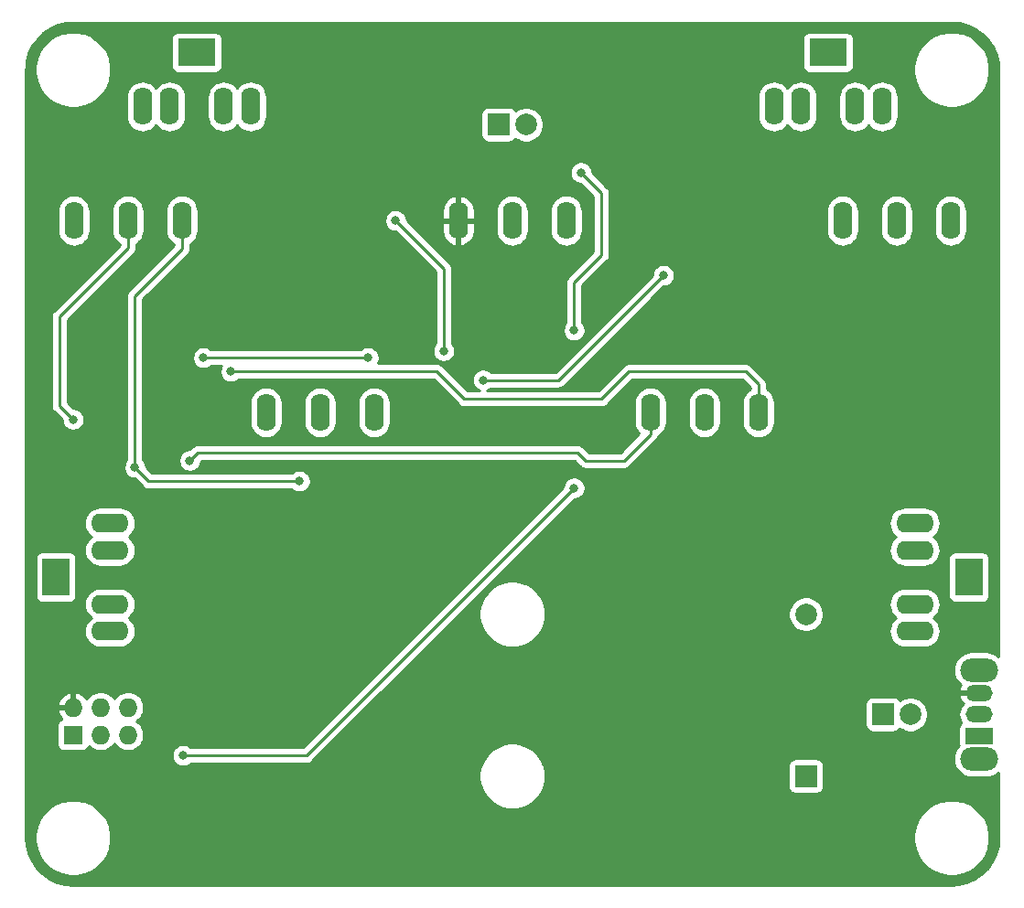
<source format=gbr>
%TF.GenerationSoftware,KiCad,Pcbnew,5.1.10*%
%TF.CreationDate,2021-07-13T00:43:58-04:00*%
%TF.ProjectId,synth,73796e74-682e-46b6-9963-61645f706362,rev?*%
%TF.SameCoordinates,Original*%
%TF.FileFunction,Copper,L1,Top*%
%TF.FilePolarity,Positive*%
%FSLAX46Y46*%
G04 Gerber Fmt 4.6, Leading zero omitted, Abs format (unit mm)*
G04 Created by KiCad (PCBNEW 5.1.10) date 2021-07-13 00:43:58*
%MOMM*%
%LPD*%
G01*
G04 APERTURE LIST*
%TA.AperFunction,ComponentPad*%
%ADD10C,2.000000*%
%TD*%
%TA.AperFunction,ComponentPad*%
%ADD11R,2.000000X2.000000*%
%TD*%
%TA.AperFunction,ComponentPad*%
%ADD12O,1.750000X3.500000*%
%TD*%
%TA.AperFunction,ComponentPad*%
%ADD13O,3.500000X2.200000*%
%TD*%
%TA.AperFunction,ComponentPad*%
%ADD14O,2.500000X1.500000*%
%TD*%
%TA.AperFunction,ComponentPad*%
%ADD15R,2.500000X1.500000*%
%TD*%
%TA.AperFunction,ComponentPad*%
%ADD16R,2.500000X3.500000*%
%TD*%
%TA.AperFunction,ComponentPad*%
%ADD17O,3.500000X1.750000*%
%TD*%
%TA.AperFunction,ComponentPad*%
%ADD18O,1.727200X1.727200*%
%TD*%
%TA.AperFunction,ComponentPad*%
%ADD19R,1.727200X1.727200*%
%TD*%
%TA.AperFunction,ComponentPad*%
%ADD20R,3.500000X2.500000*%
%TD*%
%TA.AperFunction,ViaPad*%
%ADD21C,0.800000*%
%TD*%
%TA.AperFunction,Conductor*%
%ADD22C,0.250000*%
%TD*%
%TA.AperFunction,Conductor*%
%ADD23C,0.254000*%
%TD*%
%TA.AperFunction,Conductor*%
%ADD24C,0.100000*%
%TD*%
G04 APERTURE END LIST*
D10*
%TO.P,BT1,2*%
%TO.N,GND*%
X121145000Y-116455000D03*
D11*
%TO.P,BT1,1*%
%TO.N,Net-(BT1-Pad1)*%
X121145000Y-131445000D03*
%TD*%
D12*
%TO.P,RV1,3*%
%TO.N,VDD*%
X88980000Y-80020000D03*
%TO.P,RV1,2*%
%TO.N,Net-(R4-Pad2)*%
X93980000Y-80020000D03*
%TO.P,RV1,1*%
%TO.N,GND*%
X98980000Y-80020000D03*
%TD*%
%TO.P,RV3,3*%
%TO.N,Net-(R11-Pad1)*%
X53420000Y-80020000D03*
%TO.P,RV3,2*%
%TO.N,Net-(C8-Pad1)*%
X58420000Y-80020000D03*
%TO.P,RV3,1*%
%TO.N,/ADC*%
X63420000Y-80020000D03*
%TD*%
%TO.P,RV2,3*%
%TO.N,Net-(C7-Pad1)*%
X81200000Y-97780000D03*
%TO.P,RV2,2*%
X76200000Y-97780000D03*
%TO.P,RV2,1*%
%TO.N,Net-(RV2-Pad1)*%
X71200000Y-97780000D03*
%TD*%
D13*
%TO.P,SW1,*%
%TO.N,*%
X137160000Y-121630000D03*
X137160000Y-129830000D03*
D14*
%TO.P,SW1,3*%
%TO.N,VDD*%
X137160000Y-123730000D03*
%TO.P,SW1,2*%
%TO.N,Net-(BT1-Pad1)*%
X137160000Y-125730000D03*
D15*
%TO.P,SW1,1*%
%TO.N,Net-(SW1-Pad1)*%
X137160000Y-127730000D03*
%TD*%
D12*
%TO.P,RV5,3*%
%TO.N,Net-(RV5-Pad3)*%
X124540000Y-80020000D03*
%TO.P,RV5,2*%
%TO.N,Net-(RV5-Pad2)*%
X129540000Y-80020000D03*
%TO.P,RV5,1*%
%TO.N,Net-(C11-Pad1)*%
X134540000Y-80020000D03*
%TD*%
%TO.P,RV4,3*%
%TO.N,Net-(RV4-Pad3)*%
X116760000Y-97780000D03*
%TO.P,RV4,2*%
%TO.N,Net-(RV4-Pad2)*%
X111760000Y-97780000D03*
%TO.P,RV4,1*%
%TO.N,Net-(RV4-Pad1)*%
X106760000Y-97780000D03*
%TD*%
D16*
%TO.P,J5,S*%
%TO.N,GND*%
X136216000Y-113030000D03*
D17*
%TO.P,J5,R*%
%TO.N,Net-(J5-PadR)*%
X131210000Y-118030000D03*
%TO.P,J5,T*%
%TO.N,Net-(J5-PadT)*%
X131210000Y-108030000D03*
%TO.P,J5,4*%
%TO.N,N/C*%
X131210000Y-115530000D03*
%TO.P,J5,5*%
X131210000Y-110530000D03*
%TD*%
D18*
%TO.P,J4,6*%
%TO.N,GND*%
X58420000Y-125095000D03*
%TO.P,J4,5*%
%TO.N,Net-(J4-Pad5)*%
X58420000Y-127635000D03*
%TO.P,J4,4*%
%TO.N,Net-(J4-Pad4)*%
X55880000Y-125095000D03*
%TO.P,J4,3*%
%TO.N,Net-(J4-Pad3)*%
X55880000Y-127635000D03*
%TO.P,J4,2*%
%TO.N,VDD*%
X53340000Y-125095000D03*
D19*
%TO.P,J4,1*%
%TO.N,/UPDI*%
X53340000Y-127635000D03*
%TD*%
D16*
%TO.P,J3,S*%
%TO.N,GND*%
X51744000Y-113030000D03*
D17*
%TO.P,J3,R*%
%TO.N,Net-(J3-PadR)*%
X56750000Y-108030000D03*
%TO.P,J3,T*%
%TO.N,Net-(J3-PadT)*%
X56750000Y-118030000D03*
%TO.P,J3,4*%
%TO.N,N/C*%
X56750000Y-110530000D03*
%TO.P,J3,5*%
X56750000Y-115530000D03*
%TD*%
D20*
%TO.P,J2,S*%
%TO.N,GND*%
X123190000Y-64444000D03*
D12*
%TO.P,J2,R*%
%TO.N,Net-(D5-Pad1)*%
X128190000Y-69450000D03*
%TO.P,J2,T*%
%TO.N,Net-(D4-Pad1)*%
X118190000Y-69450000D03*
%TO.P,J2,4*%
%TO.N,N/C*%
X125690000Y-69450000D03*
%TO.P,J2,5*%
X120690000Y-69450000D03*
%TD*%
D20*
%TO.P,J1,S*%
%TO.N,Net-(C5-Pad1)*%
X64770000Y-64444000D03*
D12*
%TO.P,J1,R*%
%TO.N,Net-(J1-PadR)*%
X69770000Y-69450000D03*
%TO.P,J1,T*%
%TO.N,Net-(D2-Pad2)*%
X59770000Y-69450000D03*
%TO.P,J1,4*%
%TO.N,N/C*%
X67270000Y-69450000D03*
%TO.P,J1,5*%
X62270000Y-69450000D03*
%TD*%
D10*
%TO.P,D6,2*%
%TO.N,Net-(D6-Pad2)*%
X95250000Y-71120000D03*
D11*
%TO.P,D6,1*%
%TO.N,GND*%
X92710000Y-71120000D03*
%TD*%
D10*
%TO.P,D3,2*%
%TO.N,Net-(D3-Pad2)*%
X130810000Y-125730000D03*
D11*
%TO.P,D3,1*%
%TO.N,GND*%
X128270000Y-125730000D03*
%TD*%
D21*
%TO.N,VDD*%
X76200000Y-113665000D03*
X71755000Y-106680000D03*
X106680000Y-120015000D03*
X132080000Y-100330000D03*
X80645000Y-84455000D03*
X88900000Y-109855000D03*
X119380000Y-79375000D03*
X53606886Y-95952110D03*
%TO.N,Net-(C8-Pad1)*%
X53340000Y-98425000D03*
%TO.N,/UPDI*%
X99695000Y-104775010D03*
X63500004Y-129540000D03*
%TO.N,/MIDI_OUT*%
X91280000Y-94775000D03*
X107950000Y-85089982D03*
%TO.N,/LED*%
X99695000Y-90170000D03*
X100330000Y-75565000D03*
%TO.N,/ADC*%
X74295000Y-104140000D03*
X59055000Y-102870000D03*
%TO.N,Net-(RV4-Pad3)*%
X67945000Y-93980000D03*
%TO.N,Net-(RV4-Pad1)*%
X64135000Y-102235000D03*
%TO.N,/MIDI_IN*%
X87630000Y-92075000D03*
X83185000Y-80010000D03*
%TO.N,/DAC*%
X65405000Y-92710000D03*
X80645000Y-92710022D03*
%TD*%
D22*
%TO.N,Net-(C8-Pad1)*%
X52070000Y-97155000D02*
X53340000Y-98425000D01*
X58420000Y-82550000D02*
X52070000Y-88900000D01*
X52070000Y-88900000D02*
X52070000Y-97155000D01*
X58420000Y-80020000D02*
X58420000Y-82550000D01*
%TO.N,/UPDI*%
X99695000Y-104775010D02*
X74930010Y-129540000D01*
X74930010Y-129540000D02*
X63500004Y-129540000D01*
%TO.N,/MIDI_OUT*%
X91280000Y-94775000D02*
X98264982Y-94775000D01*
X98264982Y-94775000D02*
X107950000Y-85089982D01*
%TO.N,/LED*%
X102235000Y-77470000D02*
X100330000Y-75565000D01*
X102235000Y-83185000D02*
X102235000Y-77470000D01*
X99695000Y-85725000D02*
X102235000Y-83185000D01*
X99695000Y-90170000D02*
X99695000Y-85725000D01*
%TO.N,/ADC*%
X74295000Y-104140000D02*
X60325000Y-104140000D01*
X60325000Y-104140000D02*
X59055000Y-102870000D01*
X63420000Y-80020000D02*
X63420000Y-82630000D01*
X63420000Y-82630000D02*
X59055000Y-86995000D01*
X59055000Y-86995000D02*
X59055000Y-102870000D01*
%TO.N,Net-(RV4-Pad3)*%
X116760000Y-95170000D02*
X116760000Y-97780000D01*
X115570000Y-93980000D02*
X116760000Y-95170000D01*
X104775000Y-93980000D02*
X115570000Y-93980000D01*
X102235000Y-96520000D02*
X104775000Y-93980000D01*
X89535000Y-96520000D02*
X102235000Y-96520000D01*
X86995000Y-93980000D02*
X89535000Y-96520000D01*
X67945000Y-93980000D02*
X86995000Y-93980000D01*
%TO.N,Net-(RV4-Pad1)*%
X106760000Y-99780000D02*
X104305000Y-102235000D01*
X106760000Y-97780000D02*
X106760000Y-99780000D01*
X104305000Y-102235000D02*
X100768002Y-102235000D01*
X100768002Y-102235000D02*
X100043001Y-101509997D01*
X100043001Y-101509997D02*
X64860003Y-101509997D01*
X64860003Y-101509997D02*
X64534999Y-101835001D01*
X64534999Y-101835001D02*
X64135000Y-102235000D01*
%TO.N,/MIDI_IN*%
X87630000Y-84455000D02*
X83185000Y-80010000D01*
X87630000Y-92075000D02*
X87630000Y-84455000D01*
%TO.N,/DAC*%
X65405000Y-92710000D02*
X80644978Y-92710000D01*
X80644978Y-92710000D02*
X80645000Y-92710022D01*
%TD*%
D23*
%TO.N,VDD*%
X135393358Y-61741842D02*
X136142277Y-61946723D01*
X136843072Y-62280986D01*
X137473605Y-62734069D01*
X138013934Y-63291645D01*
X138446989Y-63936099D01*
X138759073Y-64647044D01*
X138941640Y-65407493D01*
X138990001Y-66066044D01*
X138990000Y-120353930D01*
X138778578Y-120180421D01*
X138477168Y-120019314D01*
X138150119Y-119920105D01*
X137895225Y-119895000D01*
X136424775Y-119895000D01*
X136169881Y-119920105D01*
X135842832Y-120019314D01*
X135541422Y-120180421D01*
X135277234Y-120397234D01*
X135060421Y-120661422D01*
X134899314Y-120962832D01*
X134800105Y-121289881D01*
X134766606Y-121630000D01*
X134800105Y-121970119D01*
X134899314Y-122297168D01*
X135060421Y-122598578D01*
X135277234Y-122862766D01*
X135469023Y-123020163D01*
X135437858Y-123066132D01*
X135331827Y-123317316D01*
X135317682Y-123388815D01*
X135440344Y-123603000D01*
X137033000Y-123603000D01*
X137033000Y-123583000D01*
X137287000Y-123583000D01*
X137287000Y-123603000D01*
X137307000Y-123603000D01*
X137307000Y-123857000D01*
X137287000Y-123857000D01*
X137287000Y-123877000D01*
X137033000Y-123877000D01*
X137033000Y-123857000D01*
X135440344Y-123857000D01*
X135317682Y-124071185D01*
X135331827Y-124142684D01*
X135437858Y-124393868D01*
X135590855Y-124619540D01*
X135699409Y-124726642D01*
X135675919Y-124745919D01*
X135502843Y-124956812D01*
X135374236Y-125197419D01*
X135295040Y-125458493D01*
X135268299Y-125730000D01*
X135295040Y-126001507D01*
X135374236Y-126262581D01*
X135498940Y-126495886D01*
X135458815Y-126528815D01*
X135379463Y-126625506D01*
X135320498Y-126735820D01*
X135284188Y-126855518D01*
X135271928Y-126980000D01*
X135271928Y-128480000D01*
X135283008Y-128592496D01*
X135277234Y-128597234D01*
X135060421Y-128861422D01*
X134899314Y-129162832D01*
X134800105Y-129489881D01*
X134766606Y-129830000D01*
X134800105Y-130170119D01*
X134899314Y-130497168D01*
X135060421Y-130798578D01*
X135277234Y-131062766D01*
X135541422Y-131279579D01*
X135842832Y-131440686D01*
X136169881Y-131539895D01*
X136424775Y-131565000D01*
X137895225Y-131565000D01*
X138150119Y-131539895D01*
X138477168Y-131440686D01*
X138778578Y-131279579D01*
X138990000Y-131106070D01*
X138990000Y-137128382D01*
X138918158Y-137933359D01*
X138713277Y-138682277D01*
X138379013Y-139383075D01*
X137925931Y-140013605D01*
X137368354Y-140553935D01*
X136723901Y-140986989D01*
X136012956Y-141299073D01*
X135252506Y-141481640D01*
X134593968Y-141530000D01*
X53371618Y-141530000D01*
X52566641Y-141458158D01*
X51817723Y-141253277D01*
X51116925Y-140919013D01*
X50486395Y-140465931D01*
X49946065Y-139908354D01*
X49513011Y-139263901D01*
X49200927Y-138552956D01*
X49018360Y-137792506D01*
X48970000Y-137133968D01*
X48970000Y-136812621D01*
X49813000Y-136812621D01*
X49813000Y-137507379D01*
X49948540Y-138188788D01*
X50214413Y-138830661D01*
X50600400Y-139408332D01*
X51091668Y-139899600D01*
X51669339Y-140285587D01*
X52311212Y-140551460D01*
X52992621Y-140687000D01*
X53687379Y-140687000D01*
X54368788Y-140551460D01*
X55010661Y-140285587D01*
X55588332Y-139899600D01*
X56079600Y-139408332D01*
X56465587Y-138830661D01*
X56731460Y-138188788D01*
X56867000Y-137507379D01*
X56867000Y-136812621D01*
X131093000Y-136812621D01*
X131093000Y-137507379D01*
X131228540Y-138188788D01*
X131494413Y-138830661D01*
X131880400Y-139408332D01*
X132371668Y-139899600D01*
X132949339Y-140285587D01*
X133591212Y-140551460D01*
X134272621Y-140687000D01*
X134967379Y-140687000D01*
X135648788Y-140551460D01*
X136290661Y-140285587D01*
X136868332Y-139899600D01*
X137359600Y-139408332D01*
X137745587Y-138830661D01*
X138011460Y-138188788D01*
X138147000Y-137507379D01*
X138147000Y-136812621D01*
X138011460Y-136131212D01*
X137745587Y-135489339D01*
X137359600Y-134911668D01*
X136868332Y-134420400D01*
X136290661Y-134034413D01*
X135648788Y-133768540D01*
X134967379Y-133633000D01*
X134272621Y-133633000D01*
X133591212Y-133768540D01*
X132949339Y-134034413D01*
X132371668Y-134420400D01*
X131880400Y-134911668D01*
X131494413Y-135489339D01*
X131228540Y-136131212D01*
X131093000Y-136812621D01*
X56867000Y-136812621D01*
X56731460Y-136131212D01*
X56465587Y-135489339D01*
X56079600Y-134911668D01*
X55588332Y-134420400D01*
X55010661Y-134034413D01*
X54368788Y-133768540D01*
X53687379Y-133633000D01*
X52992621Y-133633000D01*
X52311212Y-133768540D01*
X51669339Y-134034413D01*
X51091668Y-134420400D01*
X50600400Y-134911668D01*
X50214413Y-135489339D01*
X49948540Y-136131212D01*
X49813000Y-136812621D01*
X48970000Y-136812621D01*
X48970000Y-131141942D01*
X90903000Y-131141942D01*
X90903000Y-131748058D01*
X91021248Y-132342528D01*
X91253198Y-132902506D01*
X91589938Y-133406473D01*
X92018527Y-133835062D01*
X92522494Y-134171802D01*
X93082472Y-134403752D01*
X93676942Y-134522000D01*
X94283058Y-134522000D01*
X94877528Y-134403752D01*
X95437506Y-134171802D01*
X95941473Y-133835062D01*
X96370062Y-133406473D01*
X96706802Y-132902506D01*
X96938752Y-132342528D01*
X97057000Y-131748058D01*
X97057000Y-131141942D01*
X96938752Y-130547472D01*
X96896307Y-130445000D01*
X119506928Y-130445000D01*
X119506928Y-132445000D01*
X119519188Y-132569482D01*
X119555498Y-132689180D01*
X119614463Y-132799494D01*
X119693815Y-132896185D01*
X119790506Y-132975537D01*
X119900820Y-133034502D01*
X120020518Y-133070812D01*
X120145000Y-133083072D01*
X122145000Y-133083072D01*
X122269482Y-133070812D01*
X122389180Y-133034502D01*
X122499494Y-132975537D01*
X122596185Y-132896185D01*
X122675537Y-132799494D01*
X122734502Y-132689180D01*
X122770812Y-132569482D01*
X122783072Y-132445000D01*
X122783072Y-130445000D01*
X122770812Y-130320518D01*
X122734502Y-130200820D01*
X122675537Y-130090506D01*
X122596185Y-129993815D01*
X122499494Y-129914463D01*
X122389180Y-129855498D01*
X122269482Y-129819188D01*
X122145000Y-129806928D01*
X120145000Y-129806928D01*
X120020518Y-129819188D01*
X119900820Y-129855498D01*
X119790506Y-129914463D01*
X119693815Y-129993815D01*
X119614463Y-130090506D01*
X119555498Y-130200820D01*
X119519188Y-130320518D01*
X119506928Y-130445000D01*
X96896307Y-130445000D01*
X96706802Y-129987494D01*
X96370062Y-129483527D01*
X95941473Y-129054938D01*
X95437506Y-128718198D01*
X94877528Y-128486248D01*
X94283058Y-128368000D01*
X93676942Y-128368000D01*
X93082472Y-128486248D01*
X92522494Y-128718198D01*
X92018527Y-129054938D01*
X91589938Y-129483527D01*
X91253198Y-129987494D01*
X91021248Y-130547472D01*
X90903000Y-131141942D01*
X48970000Y-131141942D01*
X48970000Y-129438061D01*
X62465004Y-129438061D01*
X62465004Y-129641939D01*
X62504778Y-129841898D01*
X62582799Y-130030256D01*
X62696067Y-130199774D01*
X62840230Y-130343937D01*
X63009748Y-130457205D01*
X63198106Y-130535226D01*
X63398065Y-130575000D01*
X63601943Y-130575000D01*
X63801902Y-130535226D01*
X63990260Y-130457205D01*
X64159778Y-130343937D01*
X64203715Y-130300000D01*
X74892688Y-130300000D01*
X74930010Y-130303676D01*
X74967332Y-130300000D01*
X74967343Y-130300000D01*
X75078996Y-130289003D01*
X75222257Y-130245546D01*
X75354286Y-130174974D01*
X75470011Y-130080001D01*
X75493814Y-130050997D01*
X80814811Y-124730000D01*
X126631928Y-124730000D01*
X126631928Y-126730000D01*
X126644188Y-126854482D01*
X126680498Y-126974180D01*
X126739463Y-127084494D01*
X126818815Y-127181185D01*
X126915506Y-127260537D01*
X127025820Y-127319502D01*
X127145518Y-127355812D01*
X127270000Y-127368072D01*
X129270000Y-127368072D01*
X129394482Y-127355812D01*
X129514180Y-127319502D01*
X129624494Y-127260537D01*
X129721185Y-127181185D01*
X129800537Y-127084494D01*
X129825191Y-127038370D01*
X130035537Y-127178918D01*
X130333088Y-127302168D01*
X130648967Y-127365000D01*
X130971033Y-127365000D01*
X131286912Y-127302168D01*
X131584463Y-127178918D01*
X131852252Y-126999987D01*
X132079987Y-126772252D01*
X132258918Y-126504463D01*
X132382168Y-126206912D01*
X132445000Y-125891033D01*
X132445000Y-125568967D01*
X132382168Y-125253088D01*
X132258918Y-124955537D01*
X132079987Y-124687748D01*
X131852252Y-124460013D01*
X131584463Y-124281082D01*
X131286912Y-124157832D01*
X130971033Y-124095000D01*
X130648967Y-124095000D01*
X130333088Y-124157832D01*
X130035537Y-124281082D01*
X129825191Y-124421630D01*
X129800537Y-124375506D01*
X129721185Y-124278815D01*
X129624494Y-124199463D01*
X129514180Y-124140498D01*
X129394482Y-124104188D01*
X129270000Y-124091928D01*
X127270000Y-124091928D01*
X127145518Y-124104188D01*
X127025820Y-124140498D01*
X126915506Y-124199463D01*
X126818815Y-124278815D01*
X126739463Y-124375506D01*
X126680498Y-124485820D01*
X126644188Y-124605518D01*
X126631928Y-124730000D01*
X80814811Y-124730000D01*
X89392869Y-116151942D01*
X90903000Y-116151942D01*
X90903000Y-116758058D01*
X91021248Y-117352528D01*
X91253198Y-117912506D01*
X91589938Y-118416473D01*
X92018527Y-118845062D01*
X92522494Y-119181802D01*
X93082472Y-119413752D01*
X93676942Y-119532000D01*
X94283058Y-119532000D01*
X94877528Y-119413752D01*
X95437506Y-119181802D01*
X95941473Y-118845062D01*
X96370062Y-118416473D01*
X96706802Y-117912506D01*
X96938752Y-117352528D01*
X97057000Y-116758058D01*
X97057000Y-116293967D01*
X119510000Y-116293967D01*
X119510000Y-116616033D01*
X119572832Y-116931912D01*
X119696082Y-117229463D01*
X119875013Y-117497252D01*
X120102748Y-117724987D01*
X120370537Y-117903918D01*
X120668088Y-118027168D01*
X120983967Y-118090000D01*
X121306033Y-118090000D01*
X121621912Y-118027168D01*
X121919463Y-117903918D01*
X122187252Y-117724987D01*
X122414987Y-117497252D01*
X122593918Y-117229463D01*
X122717168Y-116931912D01*
X122780000Y-116616033D01*
X122780000Y-116293967D01*
X122717168Y-115978088D01*
X122593918Y-115680537D01*
X122493333Y-115530000D01*
X128817694Y-115530000D01*
X128846849Y-115826012D01*
X128933192Y-116110648D01*
X129073406Y-116372970D01*
X129262103Y-116602897D01*
X129477903Y-116780000D01*
X129262103Y-116957103D01*
X129073406Y-117187030D01*
X128933192Y-117449352D01*
X128846849Y-117733988D01*
X128817694Y-118030000D01*
X128846849Y-118326012D01*
X128933192Y-118610648D01*
X129073406Y-118872970D01*
X129262103Y-119102897D01*
X129492030Y-119291594D01*
X129754352Y-119431808D01*
X130038988Y-119518151D01*
X130260822Y-119540000D01*
X132159178Y-119540000D01*
X132381012Y-119518151D01*
X132665648Y-119431808D01*
X132927970Y-119291594D01*
X133157897Y-119102897D01*
X133346594Y-118872970D01*
X133486808Y-118610648D01*
X133573151Y-118326012D01*
X133602306Y-118030000D01*
X133573151Y-117733988D01*
X133486808Y-117449352D01*
X133346594Y-117187030D01*
X133157897Y-116957103D01*
X132942097Y-116780000D01*
X133157897Y-116602897D01*
X133346594Y-116372970D01*
X133486808Y-116110648D01*
X133573151Y-115826012D01*
X133602306Y-115530000D01*
X133573151Y-115233988D01*
X133486808Y-114949352D01*
X133346594Y-114687030D01*
X133157897Y-114457103D01*
X132927970Y-114268406D01*
X132665648Y-114128192D01*
X132381012Y-114041849D01*
X132159178Y-114020000D01*
X130260822Y-114020000D01*
X130038988Y-114041849D01*
X129754352Y-114128192D01*
X129492030Y-114268406D01*
X129262103Y-114457103D01*
X129073406Y-114687030D01*
X128933192Y-114949352D01*
X128846849Y-115233988D01*
X128817694Y-115530000D01*
X122493333Y-115530000D01*
X122414987Y-115412748D01*
X122187252Y-115185013D01*
X121919463Y-115006082D01*
X121621912Y-114882832D01*
X121306033Y-114820000D01*
X120983967Y-114820000D01*
X120668088Y-114882832D01*
X120370537Y-115006082D01*
X120102748Y-115185013D01*
X119875013Y-115412748D01*
X119696082Y-115680537D01*
X119572832Y-115978088D01*
X119510000Y-116293967D01*
X97057000Y-116293967D01*
X97057000Y-116151942D01*
X96938752Y-115557472D01*
X96706802Y-114997494D01*
X96370062Y-114493527D01*
X95941473Y-114064938D01*
X95437506Y-113728198D01*
X94877528Y-113496248D01*
X94283058Y-113378000D01*
X93676942Y-113378000D01*
X93082472Y-113496248D01*
X92522494Y-113728198D01*
X92018527Y-114064938D01*
X91589938Y-114493527D01*
X91253198Y-114997494D01*
X91021248Y-115557472D01*
X90903000Y-116151942D01*
X89392869Y-116151942D01*
X97514811Y-108030000D01*
X128817694Y-108030000D01*
X128846849Y-108326012D01*
X128933192Y-108610648D01*
X129073406Y-108872970D01*
X129262103Y-109102897D01*
X129477903Y-109280000D01*
X129262103Y-109457103D01*
X129073406Y-109687030D01*
X128933192Y-109949352D01*
X128846849Y-110233988D01*
X128817694Y-110530000D01*
X128846849Y-110826012D01*
X128933192Y-111110648D01*
X129073406Y-111372970D01*
X129262103Y-111602897D01*
X129492030Y-111791594D01*
X129754352Y-111931808D01*
X130038988Y-112018151D01*
X130260822Y-112040000D01*
X132159178Y-112040000D01*
X132381012Y-112018151D01*
X132665648Y-111931808D01*
X132927970Y-111791594D01*
X133157897Y-111602897D01*
X133346594Y-111372970D01*
X133396287Y-111280000D01*
X134327928Y-111280000D01*
X134327928Y-114780000D01*
X134340188Y-114904482D01*
X134376498Y-115024180D01*
X134435463Y-115134494D01*
X134514815Y-115231185D01*
X134611506Y-115310537D01*
X134721820Y-115369502D01*
X134841518Y-115405812D01*
X134966000Y-115418072D01*
X137466000Y-115418072D01*
X137590482Y-115405812D01*
X137710180Y-115369502D01*
X137820494Y-115310537D01*
X137917185Y-115231185D01*
X137996537Y-115134494D01*
X138055502Y-115024180D01*
X138091812Y-114904482D01*
X138104072Y-114780000D01*
X138104072Y-111280000D01*
X138091812Y-111155518D01*
X138055502Y-111035820D01*
X137996537Y-110925506D01*
X137917185Y-110828815D01*
X137820494Y-110749463D01*
X137710180Y-110690498D01*
X137590482Y-110654188D01*
X137466000Y-110641928D01*
X134966000Y-110641928D01*
X134841518Y-110654188D01*
X134721820Y-110690498D01*
X134611506Y-110749463D01*
X134514815Y-110828815D01*
X134435463Y-110925506D01*
X134376498Y-111035820D01*
X134340188Y-111155518D01*
X134327928Y-111280000D01*
X133396287Y-111280000D01*
X133486808Y-111110648D01*
X133573151Y-110826012D01*
X133602306Y-110530000D01*
X133573151Y-110233988D01*
X133486808Y-109949352D01*
X133346594Y-109687030D01*
X133157897Y-109457103D01*
X132942097Y-109280000D01*
X133157897Y-109102897D01*
X133346594Y-108872970D01*
X133486808Y-108610648D01*
X133573151Y-108326012D01*
X133602306Y-108030000D01*
X133573151Y-107733988D01*
X133486808Y-107449352D01*
X133346594Y-107187030D01*
X133157897Y-106957103D01*
X132927970Y-106768406D01*
X132665648Y-106628192D01*
X132381012Y-106541849D01*
X132159178Y-106520000D01*
X130260822Y-106520000D01*
X130038988Y-106541849D01*
X129754352Y-106628192D01*
X129492030Y-106768406D01*
X129262103Y-106957103D01*
X129073406Y-107187030D01*
X128933192Y-107449352D01*
X128846849Y-107733988D01*
X128817694Y-108030000D01*
X97514811Y-108030000D01*
X99734802Y-105810010D01*
X99796939Y-105810010D01*
X99996898Y-105770236D01*
X100185256Y-105692215D01*
X100354774Y-105578947D01*
X100498937Y-105434784D01*
X100612205Y-105265266D01*
X100690226Y-105076908D01*
X100730000Y-104876949D01*
X100730000Y-104673071D01*
X100690226Y-104473112D01*
X100612205Y-104284754D01*
X100498937Y-104115236D01*
X100354774Y-103971073D01*
X100185256Y-103857805D01*
X99996898Y-103779784D01*
X99796939Y-103740010D01*
X99593061Y-103740010D01*
X99393102Y-103779784D01*
X99204744Y-103857805D01*
X99035226Y-103971073D01*
X98891063Y-104115236D01*
X98777795Y-104284754D01*
X98699774Y-104473112D01*
X98660000Y-104673071D01*
X98660000Y-104735208D01*
X74615209Y-128780000D01*
X64203715Y-128780000D01*
X64159778Y-128736063D01*
X63990260Y-128622795D01*
X63801902Y-128544774D01*
X63601943Y-128505000D01*
X63398065Y-128505000D01*
X63198106Y-128544774D01*
X63009748Y-128622795D01*
X62840230Y-128736063D01*
X62696067Y-128880226D01*
X62582799Y-129049744D01*
X62504778Y-129238102D01*
X62465004Y-129438061D01*
X48970000Y-129438061D01*
X48970000Y-126771400D01*
X51838328Y-126771400D01*
X51838328Y-128498600D01*
X51850588Y-128623082D01*
X51886898Y-128742780D01*
X51945863Y-128853094D01*
X52025215Y-128949785D01*
X52121906Y-129029137D01*
X52232220Y-129088102D01*
X52351918Y-129124412D01*
X52476400Y-129136672D01*
X54203600Y-129136672D01*
X54328082Y-129124412D01*
X54447780Y-129088102D01*
X54558094Y-129029137D01*
X54654785Y-128949785D01*
X54734137Y-128853094D01*
X54793102Y-128742780D01*
X54810636Y-128684977D01*
X54924698Y-128799039D01*
X55170147Y-128963042D01*
X55442875Y-129076010D01*
X55732401Y-129133600D01*
X56027599Y-129133600D01*
X56317125Y-129076010D01*
X56589853Y-128963042D01*
X56835302Y-128799039D01*
X57044039Y-128590302D01*
X57150000Y-128431719D01*
X57255961Y-128590302D01*
X57464698Y-128799039D01*
X57710147Y-128963042D01*
X57982875Y-129076010D01*
X58272401Y-129133600D01*
X58567599Y-129133600D01*
X58857125Y-129076010D01*
X59129853Y-128963042D01*
X59375302Y-128799039D01*
X59584039Y-128590302D01*
X59748042Y-128344853D01*
X59861010Y-128072125D01*
X59918600Y-127782599D01*
X59918600Y-127487401D01*
X59861010Y-127197875D01*
X59748042Y-126925147D01*
X59584039Y-126679698D01*
X59375302Y-126470961D01*
X59216719Y-126365000D01*
X59375302Y-126259039D01*
X59584039Y-126050302D01*
X59748042Y-125804853D01*
X59861010Y-125532125D01*
X59918600Y-125242599D01*
X59918600Y-124947401D01*
X59861010Y-124657875D01*
X59748042Y-124385147D01*
X59584039Y-124139698D01*
X59375302Y-123930961D01*
X59129853Y-123766958D01*
X58857125Y-123653990D01*
X58567599Y-123596400D01*
X58272401Y-123596400D01*
X57982875Y-123653990D01*
X57710147Y-123766958D01*
X57464698Y-123930961D01*
X57255961Y-124139698D01*
X57150000Y-124298281D01*
X57044039Y-124139698D01*
X56835302Y-123930961D01*
X56589853Y-123766958D01*
X56317125Y-123653990D01*
X56027599Y-123596400D01*
X55732401Y-123596400D01*
X55442875Y-123653990D01*
X55170147Y-123766958D01*
X54924698Y-123930961D01*
X54715961Y-124139698D01*
X54605441Y-124305103D01*
X54546817Y-124206512D01*
X54350293Y-123988146D01*
X54114944Y-123812316D01*
X53849814Y-123685778D01*
X53699026Y-123640042D01*
X53467000Y-123761183D01*
X53467000Y-124968000D01*
X53487000Y-124968000D01*
X53487000Y-125222000D01*
X53467000Y-125222000D01*
X53467000Y-125242000D01*
X53213000Y-125242000D01*
X53213000Y-125222000D01*
X52005536Y-125222000D01*
X51885037Y-125454027D01*
X51983036Y-125730978D01*
X52133183Y-125983488D01*
X52294692Y-126162947D01*
X52232220Y-126181898D01*
X52121906Y-126240863D01*
X52025215Y-126320215D01*
X51945863Y-126416906D01*
X51886898Y-126527220D01*
X51850588Y-126646918D01*
X51838328Y-126771400D01*
X48970000Y-126771400D01*
X48970000Y-124735973D01*
X51885037Y-124735973D01*
X52005536Y-124968000D01*
X53213000Y-124968000D01*
X53213000Y-123761183D01*
X52980974Y-123640042D01*
X52830186Y-123685778D01*
X52565056Y-123812316D01*
X52329707Y-123988146D01*
X52133183Y-124206512D01*
X51983036Y-124459022D01*
X51885037Y-124735973D01*
X48970000Y-124735973D01*
X48970000Y-115530000D01*
X54357694Y-115530000D01*
X54386849Y-115826012D01*
X54473192Y-116110648D01*
X54613406Y-116372970D01*
X54802103Y-116602897D01*
X55017903Y-116780000D01*
X54802103Y-116957103D01*
X54613406Y-117187030D01*
X54473192Y-117449352D01*
X54386849Y-117733988D01*
X54357694Y-118030000D01*
X54386849Y-118326012D01*
X54473192Y-118610648D01*
X54613406Y-118872970D01*
X54802103Y-119102897D01*
X55032030Y-119291594D01*
X55294352Y-119431808D01*
X55578988Y-119518151D01*
X55800822Y-119540000D01*
X57699178Y-119540000D01*
X57921012Y-119518151D01*
X58205648Y-119431808D01*
X58467970Y-119291594D01*
X58697897Y-119102897D01*
X58886594Y-118872970D01*
X59026808Y-118610648D01*
X59113151Y-118326012D01*
X59142306Y-118030000D01*
X59113151Y-117733988D01*
X59026808Y-117449352D01*
X58886594Y-117187030D01*
X58697897Y-116957103D01*
X58482097Y-116780000D01*
X58697897Y-116602897D01*
X58886594Y-116372970D01*
X59026808Y-116110648D01*
X59113151Y-115826012D01*
X59142306Y-115530000D01*
X59113151Y-115233988D01*
X59026808Y-114949352D01*
X58886594Y-114687030D01*
X58697897Y-114457103D01*
X58467970Y-114268406D01*
X58205648Y-114128192D01*
X57921012Y-114041849D01*
X57699178Y-114020000D01*
X55800822Y-114020000D01*
X55578988Y-114041849D01*
X55294352Y-114128192D01*
X55032030Y-114268406D01*
X54802103Y-114457103D01*
X54613406Y-114687030D01*
X54473192Y-114949352D01*
X54386849Y-115233988D01*
X54357694Y-115530000D01*
X48970000Y-115530000D01*
X48970000Y-111280000D01*
X49855928Y-111280000D01*
X49855928Y-114780000D01*
X49868188Y-114904482D01*
X49904498Y-115024180D01*
X49963463Y-115134494D01*
X50042815Y-115231185D01*
X50139506Y-115310537D01*
X50249820Y-115369502D01*
X50369518Y-115405812D01*
X50494000Y-115418072D01*
X52994000Y-115418072D01*
X53118482Y-115405812D01*
X53238180Y-115369502D01*
X53348494Y-115310537D01*
X53445185Y-115231185D01*
X53524537Y-115134494D01*
X53583502Y-115024180D01*
X53619812Y-114904482D01*
X53632072Y-114780000D01*
X53632072Y-111280000D01*
X53619812Y-111155518D01*
X53583502Y-111035820D01*
X53524537Y-110925506D01*
X53445185Y-110828815D01*
X53348494Y-110749463D01*
X53238180Y-110690498D01*
X53118482Y-110654188D01*
X52994000Y-110641928D01*
X50494000Y-110641928D01*
X50369518Y-110654188D01*
X50249820Y-110690498D01*
X50139506Y-110749463D01*
X50042815Y-110828815D01*
X49963463Y-110925506D01*
X49904498Y-111035820D01*
X49868188Y-111155518D01*
X49855928Y-111280000D01*
X48970000Y-111280000D01*
X48970000Y-108030000D01*
X54357694Y-108030000D01*
X54386849Y-108326012D01*
X54473192Y-108610648D01*
X54613406Y-108872970D01*
X54802103Y-109102897D01*
X55017903Y-109280000D01*
X54802103Y-109457103D01*
X54613406Y-109687030D01*
X54473192Y-109949352D01*
X54386849Y-110233988D01*
X54357694Y-110530000D01*
X54386849Y-110826012D01*
X54473192Y-111110648D01*
X54613406Y-111372970D01*
X54802103Y-111602897D01*
X55032030Y-111791594D01*
X55294352Y-111931808D01*
X55578988Y-112018151D01*
X55800822Y-112040000D01*
X57699178Y-112040000D01*
X57921012Y-112018151D01*
X58205648Y-111931808D01*
X58467970Y-111791594D01*
X58697897Y-111602897D01*
X58886594Y-111372970D01*
X59026808Y-111110648D01*
X59113151Y-110826012D01*
X59142306Y-110530000D01*
X59113151Y-110233988D01*
X59026808Y-109949352D01*
X58886594Y-109687030D01*
X58697897Y-109457103D01*
X58482097Y-109280000D01*
X58697897Y-109102897D01*
X58886594Y-108872970D01*
X59026808Y-108610648D01*
X59113151Y-108326012D01*
X59142306Y-108030000D01*
X59113151Y-107733988D01*
X59026808Y-107449352D01*
X58886594Y-107187030D01*
X58697897Y-106957103D01*
X58467970Y-106768406D01*
X58205648Y-106628192D01*
X57921012Y-106541849D01*
X57699178Y-106520000D01*
X55800822Y-106520000D01*
X55578988Y-106541849D01*
X55294352Y-106628192D01*
X55032030Y-106768406D01*
X54802103Y-106957103D01*
X54613406Y-107187030D01*
X54473192Y-107449352D01*
X54386849Y-107733988D01*
X54357694Y-108030000D01*
X48970000Y-108030000D01*
X48970000Y-102768061D01*
X58020000Y-102768061D01*
X58020000Y-102971939D01*
X58059774Y-103171898D01*
X58137795Y-103360256D01*
X58251063Y-103529774D01*
X58395226Y-103673937D01*
X58564744Y-103787205D01*
X58753102Y-103865226D01*
X58953061Y-103905000D01*
X59015199Y-103905000D01*
X59761201Y-104651003D01*
X59784999Y-104680001D01*
X59900724Y-104774974D01*
X60032753Y-104845546D01*
X60176014Y-104889003D01*
X60287667Y-104900000D01*
X60287676Y-104900000D01*
X60324999Y-104903676D01*
X60362322Y-104900000D01*
X73591289Y-104900000D01*
X73635226Y-104943937D01*
X73804744Y-105057205D01*
X73993102Y-105135226D01*
X74193061Y-105175000D01*
X74396939Y-105175000D01*
X74596898Y-105135226D01*
X74785256Y-105057205D01*
X74954774Y-104943937D01*
X75098937Y-104799774D01*
X75212205Y-104630256D01*
X75290226Y-104441898D01*
X75330000Y-104241939D01*
X75330000Y-104038061D01*
X75290226Y-103838102D01*
X75212205Y-103649744D01*
X75098937Y-103480226D01*
X74954774Y-103336063D01*
X74785256Y-103222795D01*
X74596898Y-103144774D01*
X74396939Y-103105000D01*
X74193061Y-103105000D01*
X73993102Y-103144774D01*
X73804744Y-103222795D01*
X73635226Y-103336063D01*
X73591289Y-103380000D01*
X60639802Y-103380000D01*
X60090000Y-102830199D01*
X60090000Y-102768061D01*
X60050226Y-102568102D01*
X59972205Y-102379744D01*
X59858937Y-102210226D01*
X59815000Y-102166289D01*
X59815000Y-102133061D01*
X63100000Y-102133061D01*
X63100000Y-102336939D01*
X63139774Y-102536898D01*
X63217795Y-102725256D01*
X63331063Y-102894774D01*
X63475226Y-103038937D01*
X63644744Y-103152205D01*
X63833102Y-103230226D01*
X64033061Y-103270000D01*
X64236939Y-103270000D01*
X64436898Y-103230226D01*
X64625256Y-103152205D01*
X64794774Y-103038937D01*
X64938937Y-102894774D01*
X65052205Y-102725256D01*
X65130226Y-102536898D01*
X65170000Y-102336939D01*
X65170000Y-102274801D01*
X65174804Y-102269997D01*
X99728199Y-102269997D01*
X100204206Y-102746007D01*
X100228001Y-102775001D01*
X100256994Y-102798795D01*
X100256998Y-102798799D01*
X100327687Y-102856811D01*
X100343726Y-102869974D01*
X100390123Y-102894774D01*
X100475754Y-102940546D01*
X100519211Y-102953728D01*
X100619016Y-102984003D01*
X100730669Y-102995000D01*
X100730678Y-102995000D01*
X100768001Y-102998676D01*
X100805326Y-102995000D01*
X104267678Y-102995000D01*
X104305000Y-102998676D01*
X104342322Y-102995000D01*
X104342333Y-102995000D01*
X104453986Y-102984003D01*
X104597247Y-102940546D01*
X104729276Y-102869974D01*
X104845001Y-102775001D01*
X104868804Y-102745997D01*
X107271003Y-100343799D01*
X107300001Y-100320001D01*
X107394974Y-100204276D01*
X107465546Y-100072247D01*
X107495305Y-99974142D01*
X107602970Y-99916594D01*
X107832897Y-99727897D01*
X108021594Y-99497970D01*
X108161808Y-99235648D01*
X108248151Y-98951012D01*
X108270000Y-98729178D01*
X108270000Y-96830823D01*
X110250000Y-96830823D01*
X110250000Y-98729178D01*
X110271850Y-98951012D01*
X110358193Y-99235648D01*
X110498407Y-99497970D01*
X110687104Y-99727897D01*
X110917031Y-99916594D01*
X111179353Y-100056808D01*
X111463989Y-100143151D01*
X111760000Y-100172306D01*
X112056012Y-100143151D01*
X112340648Y-100056808D01*
X112602970Y-99916594D01*
X112832897Y-99727897D01*
X113021594Y-99497970D01*
X113161808Y-99235648D01*
X113248151Y-98951012D01*
X113270000Y-98729178D01*
X113270000Y-96830822D01*
X113248151Y-96608988D01*
X113161808Y-96324352D01*
X113021594Y-96062030D01*
X112832897Y-95832103D01*
X112602969Y-95643406D01*
X112340647Y-95503192D01*
X112056011Y-95416849D01*
X111760000Y-95387694D01*
X111463988Y-95416849D01*
X111179352Y-95503192D01*
X110917030Y-95643406D01*
X110687103Y-95832103D01*
X110498406Y-96062031D01*
X110358192Y-96324353D01*
X110271849Y-96608989D01*
X110250000Y-96830823D01*
X108270000Y-96830823D01*
X108270000Y-96830822D01*
X108248151Y-96608988D01*
X108161808Y-96324352D01*
X108021594Y-96062030D01*
X107832897Y-95832103D01*
X107602969Y-95643406D01*
X107340647Y-95503192D01*
X107056011Y-95416849D01*
X106760000Y-95387694D01*
X106463988Y-95416849D01*
X106179352Y-95503192D01*
X105917030Y-95643406D01*
X105687103Y-95832103D01*
X105498406Y-96062031D01*
X105358192Y-96324353D01*
X105271849Y-96608989D01*
X105250000Y-96830823D01*
X105250000Y-98729178D01*
X105271850Y-98951012D01*
X105358193Y-99235648D01*
X105498407Y-99497970D01*
X105687104Y-99727897D01*
X105714675Y-99750524D01*
X103990199Y-101475000D01*
X101082804Y-101475000D01*
X100606805Y-100999000D01*
X100583002Y-100969996D01*
X100467277Y-100875023D01*
X100335248Y-100804451D01*
X100191987Y-100760994D01*
X100080334Y-100749997D01*
X100080325Y-100749997D01*
X100043002Y-100746321D01*
X100005677Y-100749997D01*
X64897325Y-100749997D01*
X64860002Y-100746321D01*
X64822679Y-100749997D01*
X64822670Y-100749997D01*
X64711017Y-100760994D01*
X64567756Y-100804451D01*
X64435727Y-100875023D01*
X64320002Y-100969996D01*
X64296199Y-100999000D01*
X64095199Y-101200000D01*
X64033061Y-101200000D01*
X63833102Y-101239774D01*
X63644744Y-101317795D01*
X63475226Y-101431063D01*
X63331063Y-101575226D01*
X63217795Y-101744744D01*
X63139774Y-101933102D01*
X63100000Y-102133061D01*
X59815000Y-102133061D01*
X59815000Y-96830823D01*
X69690000Y-96830823D01*
X69690000Y-98729178D01*
X69711850Y-98951012D01*
X69798193Y-99235648D01*
X69938407Y-99497970D01*
X70127104Y-99727897D01*
X70357031Y-99916594D01*
X70619353Y-100056808D01*
X70903989Y-100143151D01*
X71200000Y-100172306D01*
X71496012Y-100143151D01*
X71780648Y-100056808D01*
X72042970Y-99916594D01*
X72272897Y-99727897D01*
X72461594Y-99497970D01*
X72601808Y-99235648D01*
X72688151Y-98951012D01*
X72710000Y-98729178D01*
X72710000Y-96830823D01*
X74690000Y-96830823D01*
X74690000Y-98729178D01*
X74711850Y-98951012D01*
X74798193Y-99235648D01*
X74938407Y-99497970D01*
X75127104Y-99727897D01*
X75357031Y-99916594D01*
X75619353Y-100056808D01*
X75903989Y-100143151D01*
X76200000Y-100172306D01*
X76496012Y-100143151D01*
X76780648Y-100056808D01*
X77042970Y-99916594D01*
X77272897Y-99727897D01*
X77461594Y-99497970D01*
X77601808Y-99235648D01*
X77688151Y-98951012D01*
X77710000Y-98729178D01*
X77710000Y-96830823D01*
X79690000Y-96830823D01*
X79690000Y-98729178D01*
X79711850Y-98951012D01*
X79798193Y-99235648D01*
X79938407Y-99497970D01*
X80127104Y-99727897D01*
X80357031Y-99916594D01*
X80619353Y-100056808D01*
X80903989Y-100143151D01*
X81200000Y-100172306D01*
X81496012Y-100143151D01*
X81780648Y-100056808D01*
X82042970Y-99916594D01*
X82272897Y-99727897D01*
X82461594Y-99497970D01*
X82601808Y-99235648D01*
X82688151Y-98951012D01*
X82710000Y-98729178D01*
X82710000Y-96830822D01*
X82688151Y-96608988D01*
X82601808Y-96324352D01*
X82461594Y-96062030D01*
X82272897Y-95832103D01*
X82042969Y-95643406D01*
X81780647Y-95503192D01*
X81496011Y-95416849D01*
X81200000Y-95387694D01*
X80903988Y-95416849D01*
X80619352Y-95503192D01*
X80357030Y-95643406D01*
X80127103Y-95832103D01*
X79938406Y-96062031D01*
X79798192Y-96324353D01*
X79711849Y-96608989D01*
X79690000Y-96830823D01*
X77710000Y-96830823D01*
X77710000Y-96830822D01*
X77688151Y-96608988D01*
X77601808Y-96324352D01*
X77461594Y-96062030D01*
X77272897Y-95832103D01*
X77042969Y-95643406D01*
X76780647Y-95503192D01*
X76496011Y-95416849D01*
X76200000Y-95387694D01*
X75903988Y-95416849D01*
X75619352Y-95503192D01*
X75357030Y-95643406D01*
X75127103Y-95832103D01*
X74938406Y-96062031D01*
X74798192Y-96324353D01*
X74711849Y-96608989D01*
X74690000Y-96830823D01*
X72710000Y-96830823D01*
X72710000Y-96830822D01*
X72688151Y-96608988D01*
X72601808Y-96324352D01*
X72461594Y-96062030D01*
X72272897Y-95832103D01*
X72042969Y-95643406D01*
X71780647Y-95503192D01*
X71496011Y-95416849D01*
X71200000Y-95387694D01*
X70903988Y-95416849D01*
X70619352Y-95503192D01*
X70357030Y-95643406D01*
X70127103Y-95832103D01*
X69938406Y-96062031D01*
X69798192Y-96324353D01*
X69711849Y-96608989D01*
X69690000Y-96830823D01*
X59815000Y-96830823D01*
X59815000Y-92608061D01*
X64370000Y-92608061D01*
X64370000Y-92811939D01*
X64409774Y-93011898D01*
X64487795Y-93200256D01*
X64601063Y-93369774D01*
X64745226Y-93513937D01*
X64914744Y-93627205D01*
X65103102Y-93705226D01*
X65303061Y-93745000D01*
X65506939Y-93745000D01*
X65706898Y-93705226D01*
X65895256Y-93627205D01*
X66064774Y-93513937D01*
X66108711Y-93470000D01*
X67040987Y-93470000D01*
X67027795Y-93489744D01*
X66949774Y-93678102D01*
X66910000Y-93878061D01*
X66910000Y-94081939D01*
X66949774Y-94281898D01*
X67027795Y-94470256D01*
X67141063Y-94639774D01*
X67285226Y-94783937D01*
X67454744Y-94897205D01*
X67643102Y-94975226D01*
X67843061Y-95015000D01*
X68046939Y-95015000D01*
X68246898Y-94975226D01*
X68435256Y-94897205D01*
X68604774Y-94783937D01*
X68648711Y-94740000D01*
X86680199Y-94740000D01*
X88971205Y-97031008D01*
X88994999Y-97060001D01*
X89023992Y-97083795D01*
X89023996Y-97083799D01*
X89094685Y-97141811D01*
X89110724Y-97154974D01*
X89242753Y-97225546D01*
X89386014Y-97269003D01*
X89497667Y-97280000D01*
X89497676Y-97280000D01*
X89534999Y-97283676D01*
X89572322Y-97280000D01*
X102197678Y-97280000D01*
X102235000Y-97283676D01*
X102272322Y-97280000D01*
X102272333Y-97280000D01*
X102383986Y-97269003D01*
X102527247Y-97225546D01*
X102659276Y-97154974D01*
X102775001Y-97060001D01*
X102798804Y-97030997D01*
X105089803Y-94740000D01*
X115255199Y-94740000D01*
X116000000Y-95484802D01*
X116000000Y-95599058D01*
X115917030Y-95643406D01*
X115687103Y-95832103D01*
X115498406Y-96062031D01*
X115358192Y-96324353D01*
X115271849Y-96608989D01*
X115250000Y-96830823D01*
X115250000Y-98729178D01*
X115271850Y-98951012D01*
X115358193Y-99235648D01*
X115498407Y-99497970D01*
X115687104Y-99727897D01*
X115917031Y-99916594D01*
X116179353Y-100056808D01*
X116463989Y-100143151D01*
X116760000Y-100172306D01*
X117056012Y-100143151D01*
X117340648Y-100056808D01*
X117602970Y-99916594D01*
X117832897Y-99727897D01*
X118021594Y-99497970D01*
X118161808Y-99235648D01*
X118248151Y-98951012D01*
X118270000Y-98729178D01*
X118270000Y-96830822D01*
X118248151Y-96608988D01*
X118161808Y-96324352D01*
X118021594Y-96062030D01*
X117832897Y-95832103D01*
X117602969Y-95643406D01*
X117520000Y-95599058D01*
X117520000Y-95207322D01*
X117523676Y-95169999D01*
X117520000Y-95132676D01*
X117520000Y-95132667D01*
X117509003Y-95021014D01*
X117465546Y-94877753D01*
X117394975Y-94745725D01*
X117394974Y-94745723D01*
X117323799Y-94658997D01*
X117300001Y-94629999D01*
X117271004Y-94606202D01*
X116133804Y-93469003D01*
X116110001Y-93439999D01*
X115994276Y-93345026D01*
X115862247Y-93274454D01*
X115718986Y-93230997D01*
X115607333Y-93220000D01*
X115607322Y-93220000D01*
X115570000Y-93216324D01*
X115532678Y-93220000D01*
X104812322Y-93220000D01*
X104774999Y-93216324D01*
X104737676Y-93220000D01*
X104737667Y-93220000D01*
X104626014Y-93230997D01*
X104482753Y-93274454D01*
X104350724Y-93345026D01*
X104350722Y-93345027D01*
X104350723Y-93345027D01*
X104263996Y-93416201D01*
X104263992Y-93416205D01*
X104234999Y-93439999D01*
X104211205Y-93468992D01*
X101920199Y-95760000D01*
X91606586Y-95760000D01*
X91770256Y-95692205D01*
X91939774Y-95578937D01*
X91983711Y-95535000D01*
X98227660Y-95535000D01*
X98264982Y-95538676D01*
X98302304Y-95535000D01*
X98302315Y-95535000D01*
X98413968Y-95524003D01*
X98557229Y-95480546D01*
X98689258Y-95409974D01*
X98804983Y-95315001D01*
X98828786Y-95285997D01*
X107989802Y-86124982D01*
X108051939Y-86124982D01*
X108251898Y-86085208D01*
X108440256Y-86007187D01*
X108609774Y-85893919D01*
X108753937Y-85749756D01*
X108867205Y-85580238D01*
X108945226Y-85391880D01*
X108985000Y-85191921D01*
X108985000Y-84988043D01*
X108945226Y-84788084D01*
X108867205Y-84599726D01*
X108753937Y-84430208D01*
X108609774Y-84286045D01*
X108440256Y-84172777D01*
X108251898Y-84094756D01*
X108051939Y-84054982D01*
X107848061Y-84054982D01*
X107648102Y-84094756D01*
X107459744Y-84172777D01*
X107290226Y-84286045D01*
X107146063Y-84430208D01*
X107032795Y-84599726D01*
X106954774Y-84788084D01*
X106915000Y-84988043D01*
X106915000Y-85050180D01*
X97950181Y-94015000D01*
X91983711Y-94015000D01*
X91939774Y-93971063D01*
X91770256Y-93857795D01*
X91581898Y-93779774D01*
X91381939Y-93740000D01*
X91178061Y-93740000D01*
X90978102Y-93779774D01*
X90789744Y-93857795D01*
X90620226Y-93971063D01*
X90476063Y-94115226D01*
X90362795Y-94284744D01*
X90284774Y-94473102D01*
X90245000Y-94673061D01*
X90245000Y-94876939D01*
X90284774Y-95076898D01*
X90362795Y-95265256D01*
X90476063Y-95434774D01*
X90620226Y-95578937D01*
X90789744Y-95692205D01*
X90953414Y-95760000D01*
X89849803Y-95760000D01*
X87558804Y-93469003D01*
X87535001Y-93439999D01*
X87419276Y-93345026D01*
X87287247Y-93274454D01*
X87143986Y-93230997D01*
X87032333Y-93220000D01*
X87032322Y-93220000D01*
X86995000Y-93216324D01*
X86957678Y-93220000D01*
X81549027Y-93220000D01*
X81562205Y-93200278D01*
X81640226Y-93011920D01*
X81680000Y-92811961D01*
X81680000Y-92608083D01*
X81640226Y-92408124D01*
X81562205Y-92219766D01*
X81448937Y-92050248D01*
X81304774Y-91906085D01*
X81135256Y-91792817D01*
X80946898Y-91714796D01*
X80746939Y-91675022D01*
X80543061Y-91675022D01*
X80343102Y-91714796D01*
X80154744Y-91792817D01*
X79985226Y-91906085D01*
X79941311Y-91950000D01*
X66108711Y-91950000D01*
X66064774Y-91906063D01*
X65895256Y-91792795D01*
X65706898Y-91714774D01*
X65506939Y-91675000D01*
X65303061Y-91675000D01*
X65103102Y-91714774D01*
X64914744Y-91792795D01*
X64745226Y-91906063D01*
X64601063Y-92050226D01*
X64487795Y-92219744D01*
X64409774Y-92408102D01*
X64370000Y-92608061D01*
X59815000Y-92608061D01*
X59815000Y-87309801D01*
X63931003Y-83193799D01*
X63960001Y-83170001D01*
X64054974Y-83054276D01*
X64125546Y-82922247D01*
X64169003Y-82778986D01*
X64180000Y-82667333D01*
X64180000Y-82667324D01*
X64183676Y-82630001D01*
X64180000Y-82592678D01*
X64180000Y-82200942D01*
X64262969Y-82156594D01*
X64492897Y-81967897D01*
X64681594Y-81737970D01*
X64821808Y-81475648D01*
X64908151Y-81191012D01*
X64930000Y-80969178D01*
X64930000Y-79908061D01*
X82150000Y-79908061D01*
X82150000Y-80111939D01*
X82189774Y-80311898D01*
X82267795Y-80500256D01*
X82381063Y-80669774D01*
X82525226Y-80813937D01*
X82694744Y-80927205D01*
X82883102Y-81005226D01*
X83083061Y-81045000D01*
X83145199Y-81045000D01*
X86870001Y-84769803D01*
X86870000Y-91371289D01*
X86826063Y-91415226D01*
X86712795Y-91584744D01*
X86634774Y-91773102D01*
X86595000Y-91973061D01*
X86595000Y-92176939D01*
X86634774Y-92376898D01*
X86712795Y-92565256D01*
X86826063Y-92734774D01*
X86970226Y-92878937D01*
X87139744Y-92992205D01*
X87328102Y-93070226D01*
X87528061Y-93110000D01*
X87731939Y-93110000D01*
X87931898Y-93070226D01*
X88120256Y-92992205D01*
X88289774Y-92878937D01*
X88433937Y-92734774D01*
X88547205Y-92565256D01*
X88625226Y-92376898D01*
X88665000Y-92176939D01*
X88665000Y-91973061D01*
X88625226Y-91773102D01*
X88547205Y-91584744D01*
X88433937Y-91415226D01*
X88390000Y-91371289D01*
X88390000Y-90068061D01*
X98660000Y-90068061D01*
X98660000Y-90271939D01*
X98699774Y-90471898D01*
X98777795Y-90660256D01*
X98891063Y-90829774D01*
X99035226Y-90973937D01*
X99204744Y-91087205D01*
X99393102Y-91165226D01*
X99593061Y-91205000D01*
X99796939Y-91205000D01*
X99996898Y-91165226D01*
X100185256Y-91087205D01*
X100354774Y-90973937D01*
X100498937Y-90829774D01*
X100612205Y-90660256D01*
X100690226Y-90471898D01*
X100730000Y-90271939D01*
X100730000Y-90068061D01*
X100690226Y-89868102D01*
X100612205Y-89679744D01*
X100498937Y-89510226D01*
X100455000Y-89466289D01*
X100455000Y-86039801D01*
X102746009Y-83748794D01*
X102775001Y-83725001D01*
X102798795Y-83696008D01*
X102798799Y-83696004D01*
X102869973Y-83609277D01*
X102869974Y-83609276D01*
X102940546Y-83477247D01*
X102984003Y-83333986D01*
X102995000Y-83222333D01*
X102995000Y-83222324D01*
X102998676Y-83185001D01*
X102995000Y-83147678D01*
X102995000Y-79070822D01*
X123030000Y-79070822D01*
X123030000Y-80969177D01*
X123051849Y-81191011D01*
X123138192Y-81475647D01*
X123278406Y-81737969D01*
X123467103Y-81967897D01*
X123697030Y-82156594D01*
X123959352Y-82296808D01*
X124243988Y-82383151D01*
X124540000Y-82412306D01*
X124836011Y-82383151D01*
X125120647Y-82296808D01*
X125382969Y-82156594D01*
X125612897Y-81967897D01*
X125801594Y-81737970D01*
X125941808Y-81475648D01*
X126028151Y-81191012D01*
X126050000Y-80969178D01*
X126050000Y-79070822D01*
X128030000Y-79070822D01*
X128030000Y-80969177D01*
X128051849Y-81191011D01*
X128138192Y-81475647D01*
X128278406Y-81737969D01*
X128467103Y-81967897D01*
X128697030Y-82156594D01*
X128959352Y-82296808D01*
X129243988Y-82383151D01*
X129540000Y-82412306D01*
X129836011Y-82383151D01*
X130120647Y-82296808D01*
X130382969Y-82156594D01*
X130612897Y-81967897D01*
X130801594Y-81737970D01*
X130941808Y-81475648D01*
X131028151Y-81191012D01*
X131050000Y-80969178D01*
X131050000Y-79070822D01*
X133030000Y-79070822D01*
X133030000Y-80969177D01*
X133051849Y-81191011D01*
X133138192Y-81475647D01*
X133278406Y-81737969D01*
X133467103Y-81967897D01*
X133697030Y-82156594D01*
X133959352Y-82296808D01*
X134243988Y-82383151D01*
X134540000Y-82412306D01*
X134836011Y-82383151D01*
X135120647Y-82296808D01*
X135382969Y-82156594D01*
X135612897Y-81967897D01*
X135801594Y-81737970D01*
X135941808Y-81475648D01*
X136028151Y-81191012D01*
X136050000Y-80969178D01*
X136050000Y-79070822D01*
X136028151Y-78848988D01*
X135941808Y-78564352D01*
X135801594Y-78302030D01*
X135612897Y-78072103D01*
X135382970Y-77883406D01*
X135120648Y-77743192D01*
X134836012Y-77656849D01*
X134540000Y-77627694D01*
X134243989Y-77656849D01*
X133959353Y-77743192D01*
X133697031Y-77883406D01*
X133467104Y-78072103D01*
X133278407Y-78302030D01*
X133138193Y-78564352D01*
X133051850Y-78848988D01*
X133030000Y-79070822D01*
X131050000Y-79070822D01*
X131028151Y-78848988D01*
X130941808Y-78564352D01*
X130801594Y-78302030D01*
X130612897Y-78072103D01*
X130382970Y-77883406D01*
X130120648Y-77743192D01*
X129836012Y-77656849D01*
X129540000Y-77627694D01*
X129243989Y-77656849D01*
X128959353Y-77743192D01*
X128697031Y-77883406D01*
X128467104Y-78072103D01*
X128278407Y-78302030D01*
X128138193Y-78564352D01*
X128051850Y-78848988D01*
X128030000Y-79070822D01*
X126050000Y-79070822D01*
X126028151Y-78848988D01*
X125941808Y-78564352D01*
X125801594Y-78302030D01*
X125612897Y-78072103D01*
X125382970Y-77883406D01*
X125120648Y-77743192D01*
X124836012Y-77656849D01*
X124540000Y-77627694D01*
X124243989Y-77656849D01*
X123959353Y-77743192D01*
X123697031Y-77883406D01*
X123467104Y-78072103D01*
X123278407Y-78302030D01*
X123138193Y-78564352D01*
X123051850Y-78848988D01*
X123030000Y-79070822D01*
X102995000Y-79070822D01*
X102995000Y-77507323D01*
X102998676Y-77470000D01*
X102995000Y-77432677D01*
X102995000Y-77432667D01*
X102984003Y-77321014D01*
X102940546Y-77177753D01*
X102869974Y-77045724D01*
X102775001Y-76929999D01*
X102746003Y-76906201D01*
X101365000Y-75525199D01*
X101365000Y-75463061D01*
X101325226Y-75263102D01*
X101247205Y-75074744D01*
X101133937Y-74905226D01*
X100989774Y-74761063D01*
X100820256Y-74647795D01*
X100631898Y-74569774D01*
X100431939Y-74530000D01*
X100228061Y-74530000D01*
X100028102Y-74569774D01*
X99839744Y-74647795D01*
X99670226Y-74761063D01*
X99526063Y-74905226D01*
X99412795Y-75074744D01*
X99334774Y-75263102D01*
X99295000Y-75463061D01*
X99295000Y-75666939D01*
X99334774Y-75866898D01*
X99412795Y-76055256D01*
X99526063Y-76224774D01*
X99670226Y-76368937D01*
X99839744Y-76482205D01*
X100028102Y-76560226D01*
X100228061Y-76600000D01*
X100290199Y-76600000D01*
X101475001Y-77784803D01*
X101475000Y-82870197D01*
X99183998Y-85161201D01*
X99155000Y-85184999D01*
X99131202Y-85213997D01*
X99131201Y-85213998D01*
X99060026Y-85300724D01*
X98989454Y-85432754D01*
X98945998Y-85576015D01*
X98931324Y-85725000D01*
X98935001Y-85762332D01*
X98935000Y-89466289D01*
X98891063Y-89510226D01*
X98777795Y-89679744D01*
X98699774Y-89868102D01*
X98660000Y-90068061D01*
X88390000Y-90068061D01*
X88390000Y-84492322D01*
X88393676Y-84454999D01*
X88390000Y-84417676D01*
X88390000Y-84417667D01*
X88379003Y-84306014D01*
X88335546Y-84162753D01*
X88264974Y-84030724D01*
X88170001Y-83914999D01*
X88141003Y-83891201D01*
X84396802Y-80147000D01*
X87470000Y-80147000D01*
X87470000Y-81022000D01*
X87523791Y-81314146D01*
X87633543Y-81590185D01*
X87795039Y-81839508D01*
X88002072Y-82052534D01*
X88246686Y-82221077D01*
X88519481Y-82338659D01*
X88619184Y-82361258D01*
X88853000Y-82240269D01*
X88853000Y-80147000D01*
X89107000Y-80147000D01*
X89107000Y-82240269D01*
X89340816Y-82361258D01*
X89440519Y-82338659D01*
X89713314Y-82221077D01*
X89957928Y-82052534D01*
X90164961Y-81839508D01*
X90326457Y-81590185D01*
X90436209Y-81314146D01*
X90490000Y-81022000D01*
X90490000Y-80147000D01*
X89107000Y-80147000D01*
X88853000Y-80147000D01*
X87470000Y-80147000D01*
X84396802Y-80147000D01*
X84220000Y-79970199D01*
X84220000Y-79908061D01*
X84180226Y-79708102D01*
X84102205Y-79519744D01*
X83988937Y-79350226D01*
X83844774Y-79206063D01*
X83675256Y-79092795D01*
X83494687Y-79018000D01*
X87470000Y-79018000D01*
X87470000Y-79893000D01*
X88853000Y-79893000D01*
X88853000Y-77799731D01*
X89107000Y-77799731D01*
X89107000Y-79893000D01*
X90490000Y-79893000D01*
X90490000Y-79070822D01*
X92470000Y-79070822D01*
X92470000Y-80969177D01*
X92491849Y-81191011D01*
X92578192Y-81475647D01*
X92718406Y-81737969D01*
X92907103Y-81967897D01*
X93137030Y-82156594D01*
X93399352Y-82296808D01*
X93683988Y-82383151D01*
X93980000Y-82412306D01*
X94276011Y-82383151D01*
X94560647Y-82296808D01*
X94822969Y-82156594D01*
X95052897Y-81967897D01*
X95241594Y-81737970D01*
X95381808Y-81475648D01*
X95468151Y-81191012D01*
X95490000Y-80969178D01*
X95490000Y-79070822D01*
X97470000Y-79070822D01*
X97470000Y-80969177D01*
X97491849Y-81191011D01*
X97578192Y-81475647D01*
X97718406Y-81737969D01*
X97907103Y-81967897D01*
X98137030Y-82156594D01*
X98399352Y-82296808D01*
X98683988Y-82383151D01*
X98980000Y-82412306D01*
X99276011Y-82383151D01*
X99560647Y-82296808D01*
X99822969Y-82156594D01*
X100052897Y-81967897D01*
X100241594Y-81737970D01*
X100381808Y-81475648D01*
X100468151Y-81191012D01*
X100490000Y-80969178D01*
X100490000Y-79070822D01*
X100468151Y-78848988D01*
X100381808Y-78564352D01*
X100241594Y-78302030D01*
X100052897Y-78072103D01*
X99822970Y-77883406D01*
X99560648Y-77743192D01*
X99276012Y-77656849D01*
X98980000Y-77627694D01*
X98683989Y-77656849D01*
X98399353Y-77743192D01*
X98137031Y-77883406D01*
X97907104Y-78072103D01*
X97718407Y-78302030D01*
X97578193Y-78564352D01*
X97491850Y-78848988D01*
X97470000Y-79070822D01*
X95490000Y-79070822D01*
X95468151Y-78848988D01*
X95381808Y-78564352D01*
X95241594Y-78302030D01*
X95052897Y-78072103D01*
X94822970Y-77883406D01*
X94560648Y-77743192D01*
X94276012Y-77656849D01*
X93980000Y-77627694D01*
X93683989Y-77656849D01*
X93399353Y-77743192D01*
X93137031Y-77883406D01*
X92907104Y-78072103D01*
X92718407Y-78302030D01*
X92578193Y-78564352D01*
X92491850Y-78848988D01*
X92470000Y-79070822D01*
X90490000Y-79070822D01*
X90490000Y-79018000D01*
X90436209Y-78725854D01*
X90326457Y-78449815D01*
X90164961Y-78200492D01*
X89957928Y-77987466D01*
X89713314Y-77818923D01*
X89440519Y-77701341D01*
X89340816Y-77678742D01*
X89107000Y-77799731D01*
X88853000Y-77799731D01*
X88619184Y-77678742D01*
X88519481Y-77701341D01*
X88246686Y-77818923D01*
X88002072Y-77987466D01*
X87795039Y-78200492D01*
X87633543Y-78449815D01*
X87523791Y-78725854D01*
X87470000Y-79018000D01*
X83494687Y-79018000D01*
X83486898Y-79014774D01*
X83286939Y-78975000D01*
X83083061Y-78975000D01*
X82883102Y-79014774D01*
X82694744Y-79092795D01*
X82525226Y-79206063D01*
X82381063Y-79350226D01*
X82267795Y-79519744D01*
X82189774Y-79708102D01*
X82150000Y-79908061D01*
X64930000Y-79908061D01*
X64930000Y-79070822D01*
X64908151Y-78848988D01*
X64821808Y-78564352D01*
X64681594Y-78302030D01*
X64492897Y-78072103D01*
X64262970Y-77883406D01*
X64000648Y-77743192D01*
X63716012Y-77656849D01*
X63420000Y-77627694D01*
X63123989Y-77656849D01*
X62839353Y-77743192D01*
X62577031Y-77883406D01*
X62347104Y-78072103D01*
X62158407Y-78302030D01*
X62018193Y-78564352D01*
X61931850Y-78848988D01*
X61910000Y-79070822D01*
X61910000Y-80969177D01*
X61931849Y-81191011D01*
X62018192Y-81475647D01*
X62158406Y-81737969D01*
X62347103Y-81967897D01*
X62577030Y-82156594D01*
X62660001Y-82200943D01*
X62660001Y-82315197D01*
X58544003Y-86431196D01*
X58514999Y-86454999D01*
X58459871Y-86522174D01*
X58420026Y-86570724D01*
X58349455Y-86702753D01*
X58349454Y-86702754D01*
X58305997Y-86846015D01*
X58295000Y-86957668D01*
X58295000Y-86957678D01*
X58291324Y-86995000D01*
X58295000Y-87032322D01*
X58295001Y-102166288D01*
X58251063Y-102210226D01*
X58137795Y-102379744D01*
X58059774Y-102568102D01*
X58020000Y-102768061D01*
X48970000Y-102768061D01*
X48970000Y-88900000D01*
X51306324Y-88900000D01*
X51310000Y-88937322D01*
X51310001Y-97117668D01*
X51306324Y-97155000D01*
X51310001Y-97192333D01*
X51317553Y-97269003D01*
X51320998Y-97303985D01*
X51364454Y-97447246D01*
X51435026Y-97579276D01*
X51477487Y-97631014D01*
X51530000Y-97695001D01*
X51558998Y-97718799D01*
X52305000Y-98464802D01*
X52305000Y-98526939D01*
X52344774Y-98726898D01*
X52422795Y-98915256D01*
X52536063Y-99084774D01*
X52680226Y-99228937D01*
X52849744Y-99342205D01*
X53038102Y-99420226D01*
X53238061Y-99460000D01*
X53441939Y-99460000D01*
X53641898Y-99420226D01*
X53830256Y-99342205D01*
X53999774Y-99228937D01*
X54143937Y-99084774D01*
X54257205Y-98915256D01*
X54335226Y-98726898D01*
X54375000Y-98526939D01*
X54375000Y-98323061D01*
X54335226Y-98123102D01*
X54257205Y-97934744D01*
X54143937Y-97765226D01*
X53999774Y-97621063D01*
X53830256Y-97507795D01*
X53641898Y-97429774D01*
X53441939Y-97390000D01*
X53379802Y-97390000D01*
X52830000Y-96840199D01*
X52830000Y-89214801D01*
X58931003Y-83113799D01*
X58960001Y-83090001D01*
X59004306Y-83036015D01*
X59054974Y-82974277D01*
X59125546Y-82842247D01*
X59144735Y-82778987D01*
X59169003Y-82698986D01*
X59180000Y-82587333D01*
X59180000Y-82587324D01*
X59183676Y-82550001D01*
X59180000Y-82512678D01*
X59180000Y-82200942D01*
X59262969Y-82156594D01*
X59492897Y-81967897D01*
X59681594Y-81737970D01*
X59821808Y-81475648D01*
X59908151Y-81191012D01*
X59930000Y-80969178D01*
X59930000Y-79070822D01*
X59908151Y-78848988D01*
X59821808Y-78564352D01*
X59681594Y-78302030D01*
X59492897Y-78072103D01*
X59262970Y-77883406D01*
X59000648Y-77743192D01*
X58716012Y-77656849D01*
X58420000Y-77627694D01*
X58123989Y-77656849D01*
X57839353Y-77743192D01*
X57577031Y-77883406D01*
X57347104Y-78072103D01*
X57158407Y-78302030D01*
X57018193Y-78564352D01*
X56931850Y-78848988D01*
X56910000Y-79070822D01*
X56910000Y-80969177D01*
X56931849Y-81191011D01*
X57018192Y-81475647D01*
X57158406Y-81737969D01*
X57347103Y-81967897D01*
X57577030Y-82156594D01*
X57660001Y-82200943D01*
X57660001Y-82235197D01*
X51559003Y-88336196D01*
X51529999Y-88359999D01*
X51474871Y-88427174D01*
X51435026Y-88475724D01*
X51364455Y-88607753D01*
X51364454Y-88607754D01*
X51320997Y-88751015D01*
X51310000Y-88862668D01*
X51310000Y-88862678D01*
X51306324Y-88900000D01*
X48970000Y-88900000D01*
X48970000Y-79070822D01*
X51910000Y-79070822D01*
X51910000Y-80969177D01*
X51931849Y-81191011D01*
X52018192Y-81475647D01*
X52158406Y-81737969D01*
X52347103Y-81967897D01*
X52577030Y-82156594D01*
X52839352Y-82296808D01*
X53123988Y-82383151D01*
X53420000Y-82412306D01*
X53716011Y-82383151D01*
X54000647Y-82296808D01*
X54262969Y-82156594D01*
X54492897Y-81967897D01*
X54681594Y-81737970D01*
X54821808Y-81475648D01*
X54908151Y-81191012D01*
X54930000Y-80969178D01*
X54930000Y-79070822D01*
X54908151Y-78848988D01*
X54821808Y-78564352D01*
X54681594Y-78302030D01*
X54492897Y-78072103D01*
X54262970Y-77883406D01*
X54000648Y-77743192D01*
X53716012Y-77656849D01*
X53420000Y-77627694D01*
X53123989Y-77656849D01*
X52839353Y-77743192D01*
X52577031Y-77883406D01*
X52347104Y-78072103D01*
X52158407Y-78302030D01*
X52018193Y-78564352D01*
X51931850Y-78848988D01*
X51910000Y-79070822D01*
X48970000Y-79070822D01*
X48970000Y-66071618D01*
X49003824Y-65692621D01*
X49813000Y-65692621D01*
X49813000Y-66387379D01*
X49948540Y-67068788D01*
X50214413Y-67710661D01*
X50600400Y-68288332D01*
X51091668Y-68779600D01*
X51669339Y-69165587D01*
X52311212Y-69431460D01*
X52992621Y-69567000D01*
X53687379Y-69567000D01*
X54368788Y-69431460D01*
X55010661Y-69165587D01*
X55588332Y-68779600D01*
X55867109Y-68500823D01*
X58260000Y-68500823D01*
X58260000Y-70399178D01*
X58281850Y-70621012D01*
X58368193Y-70905648D01*
X58508407Y-71167970D01*
X58697104Y-71397897D01*
X58927031Y-71586594D01*
X59189353Y-71726808D01*
X59473989Y-71813151D01*
X59770000Y-71842306D01*
X60066012Y-71813151D01*
X60350648Y-71726808D01*
X60612970Y-71586594D01*
X60842897Y-71397897D01*
X61020000Y-71182097D01*
X61197104Y-71397897D01*
X61427031Y-71586594D01*
X61689353Y-71726808D01*
X61973989Y-71813151D01*
X62270000Y-71842306D01*
X62566012Y-71813151D01*
X62850648Y-71726808D01*
X63112970Y-71586594D01*
X63342897Y-71397897D01*
X63531594Y-71167970D01*
X63671808Y-70905648D01*
X63758151Y-70621012D01*
X63780000Y-70399178D01*
X63780000Y-68500823D01*
X65760000Y-68500823D01*
X65760000Y-70399178D01*
X65781850Y-70621012D01*
X65868193Y-70905648D01*
X66008407Y-71167970D01*
X66197104Y-71397897D01*
X66427031Y-71586594D01*
X66689353Y-71726808D01*
X66973989Y-71813151D01*
X67270000Y-71842306D01*
X67566012Y-71813151D01*
X67850648Y-71726808D01*
X68112970Y-71586594D01*
X68342897Y-71397897D01*
X68520001Y-71182097D01*
X68697104Y-71397897D01*
X68927031Y-71586594D01*
X69189353Y-71726808D01*
X69473989Y-71813151D01*
X69770000Y-71842306D01*
X70066012Y-71813151D01*
X70350648Y-71726808D01*
X70612970Y-71586594D01*
X70842897Y-71397897D01*
X71031594Y-71167970D01*
X71171808Y-70905648D01*
X71258151Y-70621012D01*
X71280000Y-70399178D01*
X71280000Y-70120000D01*
X91071928Y-70120000D01*
X91071928Y-72120000D01*
X91084188Y-72244482D01*
X91120498Y-72364180D01*
X91179463Y-72474494D01*
X91258815Y-72571185D01*
X91355506Y-72650537D01*
X91465820Y-72709502D01*
X91585518Y-72745812D01*
X91710000Y-72758072D01*
X93710000Y-72758072D01*
X93834482Y-72745812D01*
X93954180Y-72709502D01*
X94064494Y-72650537D01*
X94161185Y-72571185D01*
X94240537Y-72474494D01*
X94265191Y-72428370D01*
X94475537Y-72568918D01*
X94773088Y-72692168D01*
X95088967Y-72755000D01*
X95411033Y-72755000D01*
X95726912Y-72692168D01*
X96024463Y-72568918D01*
X96292252Y-72389987D01*
X96519987Y-72162252D01*
X96698918Y-71894463D01*
X96822168Y-71596912D01*
X96885000Y-71281033D01*
X96885000Y-70958967D01*
X96822168Y-70643088D01*
X96698918Y-70345537D01*
X96519987Y-70077748D01*
X96292252Y-69850013D01*
X96024463Y-69671082D01*
X95726912Y-69547832D01*
X95411033Y-69485000D01*
X95088967Y-69485000D01*
X94773088Y-69547832D01*
X94475537Y-69671082D01*
X94265191Y-69811630D01*
X94240537Y-69765506D01*
X94161185Y-69668815D01*
X94064494Y-69589463D01*
X93954180Y-69530498D01*
X93834482Y-69494188D01*
X93710000Y-69481928D01*
X91710000Y-69481928D01*
X91585518Y-69494188D01*
X91465820Y-69530498D01*
X91355506Y-69589463D01*
X91258815Y-69668815D01*
X91179463Y-69765506D01*
X91120498Y-69875820D01*
X91084188Y-69995518D01*
X91071928Y-70120000D01*
X71280000Y-70120000D01*
X71280000Y-68500823D01*
X116680000Y-68500823D01*
X116680000Y-70399178D01*
X116701850Y-70621012D01*
X116788193Y-70905648D01*
X116928407Y-71167970D01*
X117117104Y-71397897D01*
X117347031Y-71586594D01*
X117609353Y-71726808D01*
X117893989Y-71813151D01*
X118190000Y-71842306D01*
X118486012Y-71813151D01*
X118770648Y-71726808D01*
X119032970Y-71586594D01*
X119262897Y-71397897D01*
X119440001Y-71182097D01*
X119617104Y-71397897D01*
X119847031Y-71586594D01*
X120109353Y-71726808D01*
X120393989Y-71813151D01*
X120690000Y-71842306D01*
X120986012Y-71813151D01*
X121270648Y-71726808D01*
X121532970Y-71586594D01*
X121762897Y-71397897D01*
X121951594Y-71167970D01*
X122091808Y-70905648D01*
X122178151Y-70621012D01*
X122200000Y-70399178D01*
X122200000Y-68500823D01*
X124180000Y-68500823D01*
X124180000Y-70399178D01*
X124201850Y-70621012D01*
X124288193Y-70905648D01*
X124428407Y-71167970D01*
X124617104Y-71397897D01*
X124847031Y-71586594D01*
X125109353Y-71726808D01*
X125393989Y-71813151D01*
X125690000Y-71842306D01*
X125986012Y-71813151D01*
X126270648Y-71726808D01*
X126532970Y-71586594D01*
X126762897Y-71397897D01*
X126940001Y-71182097D01*
X127117104Y-71397897D01*
X127347031Y-71586594D01*
X127609353Y-71726808D01*
X127893989Y-71813151D01*
X128190000Y-71842306D01*
X128486012Y-71813151D01*
X128770648Y-71726808D01*
X129032970Y-71586594D01*
X129262897Y-71397897D01*
X129451594Y-71167970D01*
X129591808Y-70905648D01*
X129678151Y-70621012D01*
X129700000Y-70399178D01*
X129700000Y-68500822D01*
X129678151Y-68278988D01*
X129591808Y-67994352D01*
X129451594Y-67732030D01*
X129262897Y-67502103D01*
X129032969Y-67313406D01*
X128770647Y-67173192D01*
X128486011Y-67086849D01*
X128190000Y-67057694D01*
X127893988Y-67086849D01*
X127609352Y-67173192D01*
X127347030Y-67313406D01*
X127117103Y-67502103D01*
X126940000Y-67717903D01*
X126762897Y-67502103D01*
X126532969Y-67313406D01*
X126270647Y-67173192D01*
X125986011Y-67086849D01*
X125690000Y-67057694D01*
X125393988Y-67086849D01*
X125109352Y-67173192D01*
X124847030Y-67313406D01*
X124617103Y-67502103D01*
X124428406Y-67732031D01*
X124288192Y-67994353D01*
X124201849Y-68278989D01*
X124180000Y-68500823D01*
X122200000Y-68500823D01*
X122200000Y-68500822D01*
X122178151Y-68278988D01*
X122091808Y-67994352D01*
X121951594Y-67732030D01*
X121762897Y-67502103D01*
X121532969Y-67313406D01*
X121270647Y-67173192D01*
X120986011Y-67086849D01*
X120690000Y-67057694D01*
X120393988Y-67086849D01*
X120109352Y-67173192D01*
X119847030Y-67313406D01*
X119617103Y-67502103D01*
X119440000Y-67717903D01*
X119262897Y-67502103D01*
X119032969Y-67313406D01*
X118770647Y-67173192D01*
X118486011Y-67086849D01*
X118190000Y-67057694D01*
X117893988Y-67086849D01*
X117609352Y-67173192D01*
X117347030Y-67313406D01*
X117117103Y-67502103D01*
X116928406Y-67732031D01*
X116788192Y-67994353D01*
X116701849Y-68278989D01*
X116680000Y-68500823D01*
X71280000Y-68500823D01*
X71280000Y-68500822D01*
X71258151Y-68278988D01*
X71171808Y-67994352D01*
X71031594Y-67732030D01*
X70842897Y-67502103D01*
X70612969Y-67313406D01*
X70350647Y-67173192D01*
X70066011Y-67086849D01*
X69770000Y-67057694D01*
X69473988Y-67086849D01*
X69189352Y-67173192D01*
X68927030Y-67313406D01*
X68697103Y-67502103D01*
X68520000Y-67717903D01*
X68342897Y-67502103D01*
X68112969Y-67313406D01*
X67850647Y-67173192D01*
X67566011Y-67086849D01*
X67270000Y-67057694D01*
X66973988Y-67086849D01*
X66689352Y-67173192D01*
X66427030Y-67313406D01*
X66197103Y-67502103D01*
X66008406Y-67732031D01*
X65868192Y-67994353D01*
X65781849Y-68278989D01*
X65760000Y-68500823D01*
X63780000Y-68500823D01*
X63780000Y-68500822D01*
X63758151Y-68278988D01*
X63671808Y-67994352D01*
X63531594Y-67732030D01*
X63342897Y-67502103D01*
X63112969Y-67313406D01*
X62850647Y-67173192D01*
X62566011Y-67086849D01*
X62270000Y-67057694D01*
X61973988Y-67086849D01*
X61689352Y-67173192D01*
X61427030Y-67313406D01*
X61197103Y-67502103D01*
X61020000Y-67717903D01*
X60842897Y-67502103D01*
X60612969Y-67313406D01*
X60350647Y-67173192D01*
X60066011Y-67086849D01*
X59770000Y-67057694D01*
X59473988Y-67086849D01*
X59189352Y-67173192D01*
X58927030Y-67313406D01*
X58697103Y-67502103D01*
X58508406Y-67732031D01*
X58368192Y-67994353D01*
X58281849Y-68278989D01*
X58260000Y-68500823D01*
X55867109Y-68500823D01*
X56079600Y-68288332D01*
X56465587Y-67710661D01*
X56731460Y-67068788D01*
X56867000Y-66387379D01*
X56867000Y-65692621D01*
X56731460Y-65011212D01*
X56465587Y-64369339D01*
X56079600Y-63791668D01*
X55588332Y-63300400D01*
X55429093Y-63194000D01*
X62381928Y-63194000D01*
X62381928Y-65694000D01*
X62394188Y-65818482D01*
X62430498Y-65938180D01*
X62489463Y-66048494D01*
X62568815Y-66145185D01*
X62665506Y-66224537D01*
X62775820Y-66283502D01*
X62895518Y-66319812D01*
X63020000Y-66332072D01*
X66520000Y-66332072D01*
X66644482Y-66319812D01*
X66764180Y-66283502D01*
X66874494Y-66224537D01*
X66971185Y-66145185D01*
X67050537Y-66048494D01*
X67109502Y-65938180D01*
X67145812Y-65818482D01*
X67158072Y-65694000D01*
X67158072Y-63194000D01*
X120801928Y-63194000D01*
X120801928Y-65694000D01*
X120814188Y-65818482D01*
X120850498Y-65938180D01*
X120909463Y-66048494D01*
X120988815Y-66145185D01*
X121085506Y-66224537D01*
X121195820Y-66283502D01*
X121315518Y-66319812D01*
X121440000Y-66332072D01*
X124940000Y-66332072D01*
X125064482Y-66319812D01*
X125184180Y-66283502D01*
X125294494Y-66224537D01*
X125391185Y-66145185D01*
X125470537Y-66048494D01*
X125529502Y-65938180D01*
X125565812Y-65818482D01*
X125578072Y-65694000D01*
X125578072Y-65692621D01*
X131093000Y-65692621D01*
X131093000Y-66387379D01*
X131228540Y-67068788D01*
X131494413Y-67710661D01*
X131880400Y-68288332D01*
X132371668Y-68779600D01*
X132949339Y-69165587D01*
X133591212Y-69431460D01*
X134272621Y-69567000D01*
X134967379Y-69567000D01*
X135648788Y-69431460D01*
X136290661Y-69165587D01*
X136868332Y-68779600D01*
X137359600Y-68288332D01*
X137745587Y-67710661D01*
X138011460Y-67068788D01*
X138147000Y-66387379D01*
X138147000Y-65692621D01*
X138011460Y-65011212D01*
X137745587Y-64369339D01*
X137359600Y-63791668D01*
X136868332Y-63300400D01*
X136290661Y-62914413D01*
X135648788Y-62648540D01*
X134967379Y-62513000D01*
X134272621Y-62513000D01*
X133591212Y-62648540D01*
X132949339Y-62914413D01*
X132371668Y-63300400D01*
X131880400Y-63791668D01*
X131494413Y-64369339D01*
X131228540Y-65011212D01*
X131093000Y-65692621D01*
X125578072Y-65692621D01*
X125578072Y-63194000D01*
X125565812Y-63069518D01*
X125529502Y-62949820D01*
X125470537Y-62839506D01*
X125391185Y-62742815D01*
X125294494Y-62663463D01*
X125184180Y-62604498D01*
X125064482Y-62568188D01*
X124940000Y-62555928D01*
X121440000Y-62555928D01*
X121315518Y-62568188D01*
X121195820Y-62604498D01*
X121085506Y-62663463D01*
X120988815Y-62742815D01*
X120909463Y-62839506D01*
X120850498Y-62949820D01*
X120814188Y-63069518D01*
X120801928Y-63194000D01*
X67158072Y-63194000D01*
X67145812Y-63069518D01*
X67109502Y-62949820D01*
X67050537Y-62839506D01*
X66971185Y-62742815D01*
X66874494Y-62663463D01*
X66764180Y-62604498D01*
X66644482Y-62568188D01*
X66520000Y-62555928D01*
X63020000Y-62555928D01*
X62895518Y-62568188D01*
X62775820Y-62604498D01*
X62665506Y-62663463D01*
X62568815Y-62742815D01*
X62489463Y-62839506D01*
X62430498Y-62949820D01*
X62394188Y-63069518D01*
X62381928Y-63194000D01*
X55429093Y-63194000D01*
X55010661Y-62914413D01*
X54368788Y-62648540D01*
X53687379Y-62513000D01*
X52992621Y-62513000D01*
X52311212Y-62648540D01*
X51669339Y-62914413D01*
X51091668Y-63300400D01*
X50600400Y-63791668D01*
X50214413Y-64369339D01*
X49948540Y-65011212D01*
X49813000Y-65692621D01*
X49003824Y-65692621D01*
X49041842Y-65266642D01*
X49246723Y-64517723D01*
X49580986Y-63816928D01*
X50034069Y-63186395D01*
X50591645Y-62646066D01*
X51236099Y-62213011D01*
X51947044Y-61900927D01*
X52707493Y-61718360D01*
X53366031Y-61670000D01*
X134588382Y-61670000D01*
X135393358Y-61741842D01*
%TA.AperFunction,Conductor*%
D24*
G36*
X135393358Y-61741842D02*
G01*
X136142277Y-61946723D01*
X136843072Y-62280986D01*
X137473605Y-62734069D01*
X138013934Y-63291645D01*
X138446989Y-63936099D01*
X138759073Y-64647044D01*
X138941640Y-65407493D01*
X138990001Y-66066044D01*
X138990000Y-120353930D01*
X138778578Y-120180421D01*
X138477168Y-120019314D01*
X138150119Y-119920105D01*
X137895225Y-119895000D01*
X136424775Y-119895000D01*
X136169881Y-119920105D01*
X135842832Y-120019314D01*
X135541422Y-120180421D01*
X135277234Y-120397234D01*
X135060421Y-120661422D01*
X134899314Y-120962832D01*
X134800105Y-121289881D01*
X134766606Y-121630000D01*
X134800105Y-121970119D01*
X134899314Y-122297168D01*
X135060421Y-122598578D01*
X135277234Y-122862766D01*
X135469023Y-123020163D01*
X135437858Y-123066132D01*
X135331827Y-123317316D01*
X135317682Y-123388815D01*
X135440344Y-123603000D01*
X137033000Y-123603000D01*
X137033000Y-123583000D01*
X137287000Y-123583000D01*
X137287000Y-123603000D01*
X137307000Y-123603000D01*
X137307000Y-123857000D01*
X137287000Y-123857000D01*
X137287000Y-123877000D01*
X137033000Y-123877000D01*
X137033000Y-123857000D01*
X135440344Y-123857000D01*
X135317682Y-124071185D01*
X135331827Y-124142684D01*
X135437858Y-124393868D01*
X135590855Y-124619540D01*
X135699409Y-124726642D01*
X135675919Y-124745919D01*
X135502843Y-124956812D01*
X135374236Y-125197419D01*
X135295040Y-125458493D01*
X135268299Y-125730000D01*
X135295040Y-126001507D01*
X135374236Y-126262581D01*
X135498940Y-126495886D01*
X135458815Y-126528815D01*
X135379463Y-126625506D01*
X135320498Y-126735820D01*
X135284188Y-126855518D01*
X135271928Y-126980000D01*
X135271928Y-128480000D01*
X135283008Y-128592496D01*
X135277234Y-128597234D01*
X135060421Y-128861422D01*
X134899314Y-129162832D01*
X134800105Y-129489881D01*
X134766606Y-129830000D01*
X134800105Y-130170119D01*
X134899314Y-130497168D01*
X135060421Y-130798578D01*
X135277234Y-131062766D01*
X135541422Y-131279579D01*
X135842832Y-131440686D01*
X136169881Y-131539895D01*
X136424775Y-131565000D01*
X137895225Y-131565000D01*
X138150119Y-131539895D01*
X138477168Y-131440686D01*
X138778578Y-131279579D01*
X138990000Y-131106070D01*
X138990000Y-137128382D01*
X138918158Y-137933359D01*
X138713277Y-138682277D01*
X138379013Y-139383075D01*
X137925931Y-140013605D01*
X137368354Y-140553935D01*
X136723901Y-140986989D01*
X136012956Y-141299073D01*
X135252506Y-141481640D01*
X134593968Y-141530000D01*
X53371618Y-141530000D01*
X52566641Y-141458158D01*
X51817723Y-141253277D01*
X51116925Y-140919013D01*
X50486395Y-140465931D01*
X49946065Y-139908354D01*
X49513011Y-139263901D01*
X49200927Y-138552956D01*
X49018360Y-137792506D01*
X48970000Y-137133968D01*
X48970000Y-136812621D01*
X49813000Y-136812621D01*
X49813000Y-137507379D01*
X49948540Y-138188788D01*
X50214413Y-138830661D01*
X50600400Y-139408332D01*
X51091668Y-139899600D01*
X51669339Y-140285587D01*
X52311212Y-140551460D01*
X52992621Y-140687000D01*
X53687379Y-140687000D01*
X54368788Y-140551460D01*
X55010661Y-140285587D01*
X55588332Y-139899600D01*
X56079600Y-139408332D01*
X56465587Y-138830661D01*
X56731460Y-138188788D01*
X56867000Y-137507379D01*
X56867000Y-136812621D01*
X131093000Y-136812621D01*
X131093000Y-137507379D01*
X131228540Y-138188788D01*
X131494413Y-138830661D01*
X131880400Y-139408332D01*
X132371668Y-139899600D01*
X132949339Y-140285587D01*
X133591212Y-140551460D01*
X134272621Y-140687000D01*
X134967379Y-140687000D01*
X135648788Y-140551460D01*
X136290661Y-140285587D01*
X136868332Y-139899600D01*
X137359600Y-139408332D01*
X137745587Y-138830661D01*
X138011460Y-138188788D01*
X138147000Y-137507379D01*
X138147000Y-136812621D01*
X138011460Y-136131212D01*
X137745587Y-135489339D01*
X137359600Y-134911668D01*
X136868332Y-134420400D01*
X136290661Y-134034413D01*
X135648788Y-133768540D01*
X134967379Y-133633000D01*
X134272621Y-133633000D01*
X133591212Y-133768540D01*
X132949339Y-134034413D01*
X132371668Y-134420400D01*
X131880400Y-134911668D01*
X131494413Y-135489339D01*
X131228540Y-136131212D01*
X131093000Y-136812621D01*
X56867000Y-136812621D01*
X56731460Y-136131212D01*
X56465587Y-135489339D01*
X56079600Y-134911668D01*
X55588332Y-134420400D01*
X55010661Y-134034413D01*
X54368788Y-133768540D01*
X53687379Y-133633000D01*
X52992621Y-133633000D01*
X52311212Y-133768540D01*
X51669339Y-134034413D01*
X51091668Y-134420400D01*
X50600400Y-134911668D01*
X50214413Y-135489339D01*
X49948540Y-136131212D01*
X49813000Y-136812621D01*
X48970000Y-136812621D01*
X48970000Y-131141942D01*
X90903000Y-131141942D01*
X90903000Y-131748058D01*
X91021248Y-132342528D01*
X91253198Y-132902506D01*
X91589938Y-133406473D01*
X92018527Y-133835062D01*
X92522494Y-134171802D01*
X93082472Y-134403752D01*
X93676942Y-134522000D01*
X94283058Y-134522000D01*
X94877528Y-134403752D01*
X95437506Y-134171802D01*
X95941473Y-133835062D01*
X96370062Y-133406473D01*
X96706802Y-132902506D01*
X96938752Y-132342528D01*
X97057000Y-131748058D01*
X97057000Y-131141942D01*
X96938752Y-130547472D01*
X96896307Y-130445000D01*
X119506928Y-130445000D01*
X119506928Y-132445000D01*
X119519188Y-132569482D01*
X119555498Y-132689180D01*
X119614463Y-132799494D01*
X119693815Y-132896185D01*
X119790506Y-132975537D01*
X119900820Y-133034502D01*
X120020518Y-133070812D01*
X120145000Y-133083072D01*
X122145000Y-133083072D01*
X122269482Y-133070812D01*
X122389180Y-133034502D01*
X122499494Y-132975537D01*
X122596185Y-132896185D01*
X122675537Y-132799494D01*
X122734502Y-132689180D01*
X122770812Y-132569482D01*
X122783072Y-132445000D01*
X122783072Y-130445000D01*
X122770812Y-130320518D01*
X122734502Y-130200820D01*
X122675537Y-130090506D01*
X122596185Y-129993815D01*
X122499494Y-129914463D01*
X122389180Y-129855498D01*
X122269482Y-129819188D01*
X122145000Y-129806928D01*
X120145000Y-129806928D01*
X120020518Y-129819188D01*
X119900820Y-129855498D01*
X119790506Y-129914463D01*
X119693815Y-129993815D01*
X119614463Y-130090506D01*
X119555498Y-130200820D01*
X119519188Y-130320518D01*
X119506928Y-130445000D01*
X96896307Y-130445000D01*
X96706802Y-129987494D01*
X96370062Y-129483527D01*
X95941473Y-129054938D01*
X95437506Y-128718198D01*
X94877528Y-128486248D01*
X94283058Y-128368000D01*
X93676942Y-128368000D01*
X93082472Y-128486248D01*
X92522494Y-128718198D01*
X92018527Y-129054938D01*
X91589938Y-129483527D01*
X91253198Y-129987494D01*
X91021248Y-130547472D01*
X90903000Y-131141942D01*
X48970000Y-131141942D01*
X48970000Y-129438061D01*
X62465004Y-129438061D01*
X62465004Y-129641939D01*
X62504778Y-129841898D01*
X62582799Y-130030256D01*
X62696067Y-130199774D01*
X62840230Y-130343937D01*
X63009748Y-130457205D01*
X63198106Y-130535226D01*
X63398065Y-130575000D01*
X63601943Y-130575000D01*
X63801902Y-130535226D01*
X63990260Y-130457205D01*
X64159778Y-130343937D01*
X64203715Y-130300000D01*
X74892688Y-130300000D01*
X74930010Y-130303676D01*
X74967332Y-130300000D01*
X74967343Y-130300000D01*
X75078996Y-130289003D01*
X75222257Y-130245546D01*
X75354286Y-130174974D01*
X75470011Y-130080001D01*
X75493814Y-130050997D01*
X80814811Y-124730000D01*
X126631928Y-124730000D01*
X126631928Y-126730000D01*
X126644188Y-126854482D01*
X126680498Y-126974180D01*
X126739463Y-127084494D01*
X126818815Y-127181185D01*
X126915506Y-127260537D01*
X127025820Y-127319502D01*
X127145518Y-127355812D01*
X127270000Y-127368072D01*
X129270000Y-127368072D01*
X129394482Y-127355812D01*
X129514180Y-127319502D01*
X129624494Y-127260537D01*
X129721185Y-127181185D01*
X129800537Y-127084494D01*
X129825191Y-127038370D01*
X130035537Y-127178918D01*
X130333088Y-127302168D01*
X130648967Y-127365000D01*
X130971033Y-127365000D01*
X131286912Y-127302168D01*
X131584463Y-127178918D01*
X131852252Y-126999987D01*
X132079987Y-126772252D01*
X132258918Y-126504463D01*
X132382168Y-126206912D01*
X132445000Y-125891033D01*
X132445000Y-125568967D01*
X132382168Y-125253088D01*
X132258918Y-124955537D01*
X132079987Y-124687748D01*
X131852252Y-124460013D01*
X131584463Y-124281082D01*
X131286912Y-124157832D01*
X130971033Y-124095000D01*
X130648967Y-124095000D01*
X130333088Y-124157832D01*
X130035537Y-124281082D01*
X129825191Y-124421630D01*
X129800537Y-124375506D01*
X129721185Y-124278815D01*
X129624494Y-124199463D01*
X129514180Y-124140498D01*
X129394482Y-124104188D01*
X129270000Y-124091928D01*
X127270000Y-124091928D01*
X127145518Y-124104188D01*
X127025820Y-124140498D01*
X126915506Y-124199463D01*
X126818815Y-124278815D01*
X126739463Y-124375506D01*
X126680498Y-124485820D01*
X126644188Y-124605518D01*
X126631928Y-124730000D01*
X80814811Y-124730000D01*
X89392869Y-116151942D01*
X90903000Y-116151942D01*
X90903000Y-116758058D01*
X91021248Y-117352528D01*
X91253198Y-117912506D01*
X91589938Y-118416473D01*
X92018527Y-118845062D01*
X92522494Y-119181802D01*
X93082472Y-119413752D01*
X93676942Y-119532000D01*
X94283058Y-119532000D01*
X94877528Y-119413752D01*
X95437506Y-119181802D01*
X95941473Y-118845062D01*
X96370062Y-118416473D01*
X96706802Y-117912506D01*
X96938752Y-117352528D01*
X97057000Y-116758058D01*
X97057000Y-116293967D01*
X119510000Y-116293967D01*
X119510000Y-116616033D01*
X119572832Y-116931912D01*
X119696082Y-117229463D01*
X119875013Y-117497252D01*
X120102748Y-117724987D01*
X120370537Y-117903918D01*
X120668088Y-118027168D01*
X120983967Y-118090000D01*
X121306033Y-118090000D01*
X121621912Y-118027168D01*
X121919463Y-117903918D01*
X122187252Y-117724987D01*
X122414987Y-117497252D01*
X122593918Y-117229463D01*
X122717168Y-116931912D01*
X122780000Y-116616033D01*
X122780000Y-116293967D01*
X122717168Y-115978088D01*
X122593918Y-115680537D01*
X122493333Y-115530000D01*
X128817694Y-115530000D01*
X128846849Y-115826012D01*
X128933192Y-116110648D01*
X129073406Y-116372970D01*
X129262103Y-116602897D01*
X129477903Y-116780000D01*
X129262103Y-116957103D01*
X129073406Y-117187030D01*
X128933192Y-117449352D01*
X128846849Y-117733988D01*
X128817694Y-118030000D01*
X128846849Y-118326012D01*
X128933192Y-118610648D01*
X129073406Y-118872970D01*
X129262103Y-119102897D01*
X129492030Y-119291594D01*
X129754352Y-119431808D01*
X130038988Y-119518151D01*
X130260822Y-119540000D01*
X132159178Y-119540000D01*
X132381012Y-119518151D01*
X132665648Y-119431808D01*
X132927970Y-119291594D01*
X133157897Y-119102897D01*
X133346594Y-118872970D01*
X133486808Y-118610648D01*
X133573151Y-118326012D01*
X133602306Y-118030000D01*
X133573151Y-117733988D01*
X133486808Y-117449352D01*
X133346594Y-117187030D01*
X133157897Y-116957103D01*
X132942097Y-116780000D01*
X133157897Y-116602897D01*
X133346594Y-116372970D01*
X133486808Y-116110648D01*
X133573151Y-115826012D01*
X133602306Y-115530000D01*
X133573151Y-115233988D01*
X133486808Y-114949352D01*
X133346594Y-114687030D01*
X133157897Y-114457103D01*
X132927970Y-114268406D01*
X132665648Y-114128192D01*
X132381012Y-114041849D01*
X132159178Y-114020000D01*
X130260822Y-114020000D01*
X130038988Y-114041849D01*
X129754352Y-114128192D01*
X129492030Y-114268406D01*
X129262103Y-114457103D01*
X129073406Y-114687030D01*
X128933192Y-114949352D01*
X128846849Y-115233988D01*
X128817694Y-115530000D01*
X122493333Y-115530000D01*
X122414987Y-115412748D01*
X122187252Y-115185013D01*
X121919463Y-115006082D01*
X121621912Y-114882832D01*
X121306033Y-114820000D01*
X120983967Y-114820000D01*
X120668088Y-114882832D01*
X120370537Y-115006082D01*
X120102748Y-115185013D01*
X119875013Y-115412748D01*
X119696082Y-115680537D01*
X119572832Y-115978088D01*
X119510000Y-116293967D01*
X97057000Y-116293967D01*
X97057000Y-116151942D01*
X96938752Y-115557472D01*
X96706802Y-114997494D01*
X96370062Y-114493527D01*
X95941473Y-114064938D01*
X95437506Y-113728198D01*
X94877528Y-113496248D01*
X94283058Y-113378000D01*
X93676942Y-113378000D01*
X93082472Y-113496248D01*
X92522494Y-113728198D01*
X92018527Y-114064938D01*
X91589938Y-114493527D01*
X91253198Y-114997494D01*
X91021248Y-115557472D01*
X90903000Y-116151942D01*
X89392869Y-116151942D01*
X97514811Y-108030000D01*
X128817694Y-108030000D01*
X128846849Y-108326012D01*
X128933192Y-108610648D01*
X129073406Y-108872970D01*
X129262103Y-109102897D01*
X129477903Y-109280000D01*
X129262103Y-109457103D01*
X129073406Y-109687030D01*
X128933192Y-109949352D01*
X128846849Y-110233988D01*
X128817694Y-110530000D01*
X128846849Y-110826012D01*
X128933192Y-111110648D01*
X129073406Y-111372970D01*
X129262103Y-111602897D01*
X129492030Y-111791594D01*
X129754352Y-111931808D01*
X130038988Y-112018151D01*
X130260822Y-112040000D01*
X132159178Y-112040000D01*
X132381012Y-112018151D01*
X132665648Y-111931808D01*
X132927970Y-111791594D01*
X133157897Y-111602897D01*
X133346594Y-111372970D01*
X133396287Y-111280000D01*
X134327928Y-111280000D01*
X134327928Y-114780000D01*
X134340188Y-114904482D01*
X134376498Y-115024180D01*
X134435463Y-115134494D01*
X134514815Y-115231185D01*
X134611506Y-115310537D01*
X134721820Y-115369502D01*
X134841518Y-115405812D01*
X134966000Y-115418072D01*
X137466000Y-115418072D01*
X137590482Y-115405812D01*
X137710180Y-115369502D01*
X137820494Y-115310537D01*
X137917185Y-115231185D01*
X137996537Y-115134494D01*
X138055502Y-115024180D01*
X138091812Y-114904482D01*
X138104072Y-114780000D01*
X138104072Y-111280000D01*
X138091812Y-111155518D01*
X138055502Y-111035820D01*
X137996537Y-110925506D01*
X137917185Y-110828815D01*
X137820494Y-110749463D01*
X137710180Y-110690498D01*
X137590482Y-110654188D01*
X137466000Y-110641928D01*
X134966000Y-110641928D01*
X134841518Y-110654188D01*
X134721820Y-110690498D01*
X134611506Y-110749463D01*
X134514815Y-110828815D01*
X134435463Y-110925506D01*
X134376498Y-111035820D01*
X134340188Y-111155518D01*
X134327928Y-111280000D01*
X133396287Y-111280000D01*
X133486808Y-111110648D01*
X133573151Y-110826012D01*
X133602306Y-110530000D01*
X133573151Y-110233988D01*
X133486808Y-109949352D01*
X133346594Y-109687030D01*
X133157897Y-109457103D01*
X132942097Y-109280000D01*
X133157897Y-109102897D01*
X133346594Y-108872970D01*
X133486808Y-108610648D01*
X133573151Y-108326012D01*
X133602306Y-108030000D01*
X133573151Y-107733988D01*
X133486808Y-107449352D01*
X133346594Y-107187030D01*
X133157897Y-106957103D01*
X132927970Y-106768406D01*
X132665648Y-106628192D01*
X132381012Y-106541849D01*
X132159178Y-106520000D01*
X130260822Y-106520000D01*
X130038988Y-106541849D01*
X129754352Y-106628192D01*
X129492030Y-106768406D01*
X129262103Y-106957103D01*
X129073406Y-107187030D01*
X128933192Y-107449352D01*
X128846849Y-107733988D01*
X128817694Y-108030000D01*
X97514811Y-108030000D01*
X99734802Y-105810010D01*
X99796939Y-105810010D01*
X99996898Y-105770236D01*
X100185256Y-105692215D01*
X100354774Y-105578947D01*
X100498937Y-105434784D01*
X100612205Y-105265266D01*
X100690226Y-105076908D01*
X100730000Y-104876949D01*
X100730000Y-104673071D01*
X100690226Y-104473112D01*
X100612205Y-104284754D01*
X100498937Y-104115236D01*
X100354774Y-103971073D01*
X100185256Y-103857805D01*
X99996898Y-103779784D01*
X99796939Y-103740010D01*
X99593061Y-103740010D01*
X99393102Y-103779784D01*
X99204744Y-103857805D01*
X99035226Y-103971073D01*
X98891063Y-104115236D01*
X98777795Y-104284754D01*
X98699774Y-104473112D01*
X98660000Y-104673071D01*
X98660000Y-104735208D01*
X74615209Y-128780000D01*
X64203715Y-128780000D01*
X64159778Y-128736063D01*
X63990260Y-128622795D01*
X63801902Y-128544774D01*
X63601943Y-128505000D01*
X63398065Y-128505000D01*
X63198106Y-128544774D01*
X63009748Y-128622795D01*
X62840230Y-128736063D01*
X62696067Y-128880226D01*
X62582799Y-129049744D01*
X62504778Y-129238102D01*
X62465004Y-129438061D01*
X48970000Y-129438061D01*
X48970000Y-126771400D01*
X51838328Y-126771400D01*
X51838328Y-128498600D01*
X51850588Y-128623082D01*
X51886898Y-128742780D01*
X51945863Y-128853094D01*
X52025215Y-128949785D01*
X52121906Y-129029137D01*
X52232220Y-129088102D01*
X52351918Y-129124412D01*
X52476400Y-129136672D01*
X54203600Y-129136672D01*
X54328082Y-129124412D01*
X54447780Y-129088102D01*
X54558094Y-129029137D01*
X54654785Y-128949785D01*
X54734137Y-128853094D01*
X54793102Y-128742780D01*
X54810636Y-128684977D01*
X54924698Y-128799039D01*
X55170147Y-128963042D01*
X55442875Y-129076010D01*
X55732401Y-129133600D01*
X56027599Y-129133600D01*
X56317125Y-129076010D01*
X56589853Y-128963042D01*
X56835302Y-128799039D01*
X57044039Y-128590302D01*
X57150000Y-128431719D01*
X57255961Y-128590302D01*
X57464698Y-128799039D01*
X57710147Y-128963042D01*
X57982875Y-129076010D01*
X58272401Y-129133600D01*
X58567599Y-129133600D01*
X58857125Y-129076010D01*
X59129853Y-128963042D01*
X59375302Y-128799039D01*
X59584039Y-128590302D01*
X59748042Y-128344853D01*
X59861010Y-128072125D01*
X59918600Y-127782599D01*
X59918600Y-127487401D01*
X59861010Y-127197875D01*
X59748042Y-126925147D01*
X59584039Y-126679698D01*
X59375302Y-126470961D01*
X59216719Y-126365000D01*
X59375302Y-126259039D01*
X59584039Y-126050302D01*
X59748042Y-125804853D01*
X59861010Y-125532125D01*
X59918600Y-125242599D01*
X59918600Y-124947401D01*
X59861010Y-124657875D01*
X59748042Y-124385147D01*
X59584039Y-124139698D01*
X59375302Y-123930961D01*
X59129853Y-123766958D01*
X58857125Y-123653990D01*
X58567599Y-123596400D01*
X58272401Y-123596400D01*
X57982875Y-123653990D01*
X57710147Y-123766958D01*
X57464698Y-123930961D01*
X57255961Y-124139698D01*
X57150000Y-124298281D01*
X57044039Y-124139698D01*
X56835302Y-123930961D01*
X56589853Y-123766958D01*
X56317125Y-123653990D01*
X56027599Y-123596400D01*
X55732401Y-123596400D01*
X55442875Y-123653990D01*
X55170147Y-123766958D01*
X54924698Y-123930961D01*
X54715961Y-124139698D01*
X54605441Y-124305103D01*
X54546817Y-124206512D01*
X54350293Y-123988146D01*
X54114944Y-123812316D01*
X53849814Y-123685778D01*
X53699026Y-123640042D01*
X53467000Y-123761183D01*
X53467000Y-124968000D01*
X53487000Y-124968000D01*
X53487000Y-125222000D01*
X53467000Y-125222000D01*
X53467000Y-125242000D01*
X53213000Y-125242000D01*
X53213000Y-125222000D01*
X52005536Y-125222000D01*
X51885037Y-125454027D01*
X51983036Y-125730978D01*
X52133183Y-125983488D01*
X52294692Y-126162947D01*
X52232220Y-126181898D01*
X52121906Y-126240863D01*
X52025215Y-126320215D01*
X51945863Y-126416906D01*
X51886898Y-126527220D01*
X51850588Y-126646918D01*
X51838328Y-126771400D01*
X48970000Y-126771400D01*
X48970000Y-124735973D01*
X51885037Y-124735973D01*
X52005536Y-124968000D01*
X53213000Y-124968000D01*
X53213000Y-123761183D01*
X52980974Y-123640042D01*
X52830186Y-123685778D01*
X52565056Y-123812316D01*
X52329707Y-123988146D01*
X52133183Y-124206512D01*
X51983036Y-124459022D01*
X51885037Y-124735973D01*
X48970000Y-124735973D01*
X48970000Y-115530000D01*
X54357694Y-115530000D01*
X54386849Y-115826012D01*
X54473192Y-116110648D01*
X54613406Y-116372970D01*
X54802103Y-116602897D01*
X55017903Y-116780000D01*
X54802103Y-116957103D01*
X54613406Y-117187030D01*
X54473192Y-117449352D01*
X54386849Y-117733988D01*
X54357694Y-118030000D01*
X54386849Y-118326012D01*
X54473192Y-118610648D01*
X54613406Y-118872970D01*
X54802103Y-119102897D01*
X55032030Y-119291594D01*
X55294352Y-119431808D01*
X55578988Y-119518151D01*
X55800822Y-119540000D01*
X57699178Y-119540000D01*
X57921012Y-119518151D01*
X58205648Y-119431808D01*
X58467970Y-119291594D01*
X58697897Y-119102897D01*
X58886594Y-118872970D01*
X59026808Y-118610648D01*
X59113151Y-118326012D01*
X59142306Y-118030000D01*
X59113151Y-117733988D01*
X59026808Y-117449352D01*
X58886594Y-117187030D01*
X58697897Y-116957103D01*
X58482097Y-116780000D01*
X58697897Y-116602897D01*
X58886594Y-116372970D01*
X59026808Y-116110648D01*
X59113151Y-115826012D01*
X59142306Y-115530000D01*
X59113151Y-115233988D01*
X59026808Y-114949352D01*
X58886594Y-114687030D01*
X58697897Y-114457103D01*
X58467970Y-114268406D01*
X58205648Y-114128192D01*
X57921012Y-114041849D01*
X57699178Y-114020000D01*
X55800822Y-114020000D01*
X55578988Y-114041849D01*
X55294352Y-114128192D01*
X55032030Y-114268406D01*
X54802103Y-114457103D01*
X54613406Y-114687030D01*
X54473192Y-114949352D01*
X54386849Y-115233988D01*
X54357694Y-115530000D01*
X48970000Y-115530000D01*
X48970000Y-111280000D01*
X49855928Y-111280000D01*
X49855928Y-114780000D01*
X49868188Y-114904482D01*
X49904498Y-115024180D01*
X49963463Y-115134494D01*
X50042815Y-115231185D01*
X50139506Y-115310537D01*
X50249820Y-115369502D01*
X50369518Y-115405812D01*
X50494000Y-115418072D01*
X52994000Y-115418072D01*
X53118482Y-115405812D01*
X53238180Y-115369502D01*
X53348494Y-115310537D01*
X53445185Y-115231185D01*
X53524537Y-115134494D01*
X53583502Y-115024180D01*
X53619812Y-114904482D01*
X53632072Y-114780000D01*
X53632072Y-111280000D01*
X53619812Y-111155518D01*
X53583502Y-111035820D01*
X53524537Y-110925506D01*
X53445185Y-110828815D01*
X53348494Y-110749463D01*
X53238180Y-110690498D01*
X53118482Y-110654188D01*
X52994000Y-110641928D01*
X50494000Y-110641928D01*
X50369518Y-110654188D01*
X50249820Y-110690498D01*
X50139506Y-110749463D01*
X50042815Y-110828815D01*
X49963463Y-110925506D01*
X49904498Y-111035820D01*
X49868188Y-111155518D01*
X49855928Y-111280000D01*
X48970000Y-111280000D01*
X48970000Y-108030000D01*
X54357694Y-108030000D01*
X54386849Y-108326012D01*
X54473192Y-108610648D01*
X54613406Y-108872970D01*
X54802103Y-109102897D01*
X55017903Y-109280000D01*
X54802103Y-109457103D01*
X54613406Y-109687030D01*
X54473192Y-109949352D01*
X54386849Y-110233988D01*
X54357694Y-110530000D01*
X54386849Y-110826012D01*
X54473192Y-111110648D01*
X54613406Y-111372970D01*
X54802103Y-111602897D01*
X55032030Y-111791594D01*
X55294352Y-111931808D01*
X55578988Y-112018151D01*
X55800822Y-112040000D01*
X57699178Y-112040000D01*
X57921012Y-112018151D01*
X58205648Y-111931808D01*
X58467970Y-111791594D01*
X58697897Y-111602897D01*
X58886594Y-111372970D01*
X59026808Y-111110648D01*
X59113151Y-110826012D01*
X59142306Y-110530000D01*
X59113151Y-110233988D01*
X59026808Y-109949352D01*
X58886594Y-109687030D01*
X58697897Y-109457103D01*
X58482097Y-109280000D01*
X58697897Y-109102897D01*
X58886594Y-108872970D01*
X59026808Y-108610648D01*
X59113151Y-108326012D01*
X59142306Y-108030000D01*
X59113151Y-107733988D01*
X59026808Y-107449352D01*
X58886594Y-107187030D01*
X58697897Y-106957103D01*
X58467970Y-106768406D01*
X58205648Y-106628192D01*
X57921012Y-106541849D01*
X57699178Y-106520000D01*
X55800822Y-106520000D01*
X55578988Y-106541849D01*
X55294352Y-106628192D01*
X55032030Y-106768406D01*
X54802103Y-106957103D01*
X54613406Y-107187030D01*
X54473192Y-107449352D01*
X54386849Y-107733988D01*
X54357694Y-108030000D01*
X48970000Y-108030000D01*
X48970000Y-102768061D01*
X58020000Y-102768061D01*
X58020000Y-102971939D01*
X58059774Y-103171898D01*
X58137795Y-103360256D01*
X58251063Y-103529774D01*
X58395226Y-103673937D01*
X58564744Y-103787205D01*
X58753102Y-103865226D01*
X58953061Y-103905000D01*
X59015199Y-103905000D01*
X59761201Y-104651003D01*
X59784999Y-104680001D01*
X59900724Y-104774974D01*
X60032753Y-104845546D01*
X60176014Y-104889003D01*
X60287667Y-104900000D01*
X60287676Y-104900000D01*
X60324999Y-104903676D01*
X60362322Y-104900000D01*
X73591289Y-104900000D01*
X73635226Y-104943937D01*
X73804744Y-105057205D01*
X73993102Y-105135226D01*
X74193061Y-105175000D01*
X74396939Y-105175000D01*
X74596898Y-105135226D01*
X74785256Y-105057205D01*
X74954774Y-104943937D01*
X75098937Y-104799774D01*
X75212205Y-104630256D01*
X75290226Y-104441898D01*
X75330000Y-104241939D01*
X75330000Y-104038061D01*
X75290226Y-103838102D01*
X75212205Y-103649744D01*
X75098937Y-103480226D01*
X74954774Y-103336063D01*
X74785256Y-103222795D01*
X74596898Y-103144774D01*
X74396939Y-103105000D01*
X74193061Y-103105000D01*
X73993102Y-103144774D01*
X73804744Y-103222795D01*
X73635226Y-103336063D01*
X73591289Y-103380000D01*
X60639802Y-103380000D01*
X60090000Y-102830199D01*
X60090000Y-102768061D01*
X60050226Y-102568102D01*
X59972205Y-102379744D01*
X59858937Y-102210226D01*
X59815000Y-102166289D01*
X59815000Y-102133061D01*
X63100000Y-102133061D01*
X63100000Y-102336939D01*
X63139774Y-102536898D01*
X63217795Y-102725256D01*
X63331063Y-102894774D01*
X63475226Y-103038937D01*
X63644744Y-103152205D01*
X63833102Y-103230226D01*
X64033061Y-103270000D01*
X64236939Y-103270000D01*
X64436898Y-103230226D01*
X64625256Y-103152205D01*
X64794774Y-103038937D01*
X64938937Y-102894774D01*
X65052205Y-102725256D01*
X65130226Y-102536898D01*
X65170000Y-102336939D01*
X65170000Y-102274801D01*
X65174804Y-102269997D01*
X99728199Y-102269997D01*
X100204206Y-102746007D01*
X100228001Y-102775001D01*
X100256994Y-102798795D01*
X100256998Y-102798799D01*
X100327687Y-102856811D01*
X100343726Y-102869974D01*
X100390123Y-102894774D01*
X100475754Y-102940546D01*
X100519211Y-102953728D01*
X100619016Y-102984003D01*
X100730669Y-102995000D01*
X100730678Y-102995000D01*
X100768001Y-102998676D01*
X100805326Y-102995000D01*
X104267678Y-102995000D01*
X104305000Y-102998676D01*
X104342322Y-102995000D01*
X104342333Y-102995000D01*
X104453986Y-102984003D01*
X104597247Y-102940546D01*
X104729276Y-102869974D01*
X104845001Y-102775001D01*
X104868804Y-102745997D01*
X107271003Y-100343799D01*
X107300001Y-100320001D01*
X107394974Y-100204276D01*
X107465546Y-100072247D01*
X107495305Y-99974142D01*
X107602970Y-99916594D01*
X107832897Y-99727897D01*
X108021594Y-99497970D01*
X108161808Y-99235648D01*
X108248151Y-98951012D01*
X108270000Y-98729178D01*
X108270000Y-96830823D01*
X110250000Y-96830823D01*
X110250000Y-98729178D01*
X110271850Y-98951012D01*
X110358193Y-99235648D01*
X110498407Y-99497970D01*
X110687104Y-99727897D01*
X110917031Y-99916594D01*
X111179353Y-100056808D01*
X111463989Y-100143151D01*
X111760000Y-100172306D01*
X112056012Y-100143151D01*
X112340648Y-100056808D01*
X112602970Y-99916594D01*
X112832897Y-99727897D01*
X113021594Y-99497970D01*
X113161808Y-99235648D01*
X113248151Y-98951012D01*
X113270000Y-98729178D01*
X113270000Y-96830822D01*
X113248151Y-96608988D01*
X113161808Y-96324352D01*
X113021594Y-96062030D01*
X112832897Y-95832103D01*
X112602969Y-95643406D01*
X112340647Y-95503192D01*
X112056011Y-95416849D01*
X111760000Y-95387694D01*
X111463988Y-95416849D01*
X111179352Y-95503192D01*
X110917030Y-95643406D01*
X110687103Y-95832103D01*
X110498406Y-96062031D01*
X110358192Y-96324353D01*
X110271849Y-96608989D01*
X110250000Y-96830823D01*
X108270000Y-96830823D01*
X108270000Y-96830822D01*
X108248151Y-96608988D01*
X108161808Y-96324352D01*
X108021594Y-96062030D01*
X107832897Y-95832103D01*
X107602969Y-95643406D01*
X107340647Y-95503192D01*
X107056011Y-95416849D01*
X106760000Y-95387694D01*
X106463988Y-95416849D01*
X106179352Y-95503192D01*
X105917030Y-95643406D01*
X105687103Y-95832103D01*
X105498406Y-96062031D01*
X105358192Y-96324353D01*
X105271849Y-96608989D01*
X105250000Y-96830823D01*
X105250000Y-98729178D01*
X105271850Y-98951012D01*
X105358193Y-99235648D01*
X105498407Y-99497970D01*
X105687104Y-99727897D01*
X105714675Y-99750524D01*
X103990199Y-101475000D01*
X101082804Y-101475000D01*
X100606805Y-100999000D01*
X100583002Y-100969996D01*
X100467277Y-100875023D01*
X100335248Y-100804451D01*
X100191987Y-100760994D01*
X100080334Y-100749997D01*
X100080325Y-100749997D01*
X100043002Y-100746321D01*
X100005677Y-100749997D01*
X64897325Y-100749997D01*
X64860002Y-100746321D01*
X64822679Y-100749997D01*
X64822670Y-100749997D01*
X64711017Y-100760994D01*
X64567756Y-100804451D01*
X64435727Y-100875023D01*
X64320002Y-100969996D01*
X64296199Y-100999000D01*
X64095199Y-101200000D01*
X64033061Y-101200000D01*
X63833102Y-101239774D01*
X63644744Y-101317795D01*
X63475226Y-101431063D01*
X63331063Y-101575226D01*
X63217795Y-101744744D01*
X63139774Y-101933102D01*
X63100000Y-102133061D01*
X59815000Y-102133061D01*
X59815000Y-96830823D01*
X69690000Y-96830823D01*
X69690000Y-98729178D01*
X69711850Y-98951012D01*
X69798193Y-99235648D01*
X69938407Y-99497970D01*
X70127104Y-99727897D01*
X70357031Y-99916594D01*
X70619353Y-100056808D01*
X70903989Y-100143151D01*
X71200000Y-100172306D01*
X71496012Y-100143151D01*
X71780648Y-100056808D01*
X72042970Y-99916594D01*
X72272897Y-99727897D01*
X72461594Y-99497970D01*
X72601808Y-99235648D01*
X72688151Y-98951012D01*
X72710000Y-98729178D01*
X72710000Y-96830823D01*
X74690000Y-96830823D01*
X74690000Y-98729178D01*
X74711850Y-98951012D01*
X74798193Y-99235648D01*
X74938407Y-99497970D01*
X75127104Y-99727897D01*
X75357031Y-99916594D01*
X75619353Y-100056808D01*
X75903989Y-100143151D01*
X76200000Y-100172306D01*
X76496012Y-100143151D01*
X76780648Y-100056808D01*
X77042970Y-99916594D01*
X77272897Y-99727897D01*
X77461594Y-99497970D01*
X77601808Y-99235648D01*
X77688151Y-98951012D01*
X77710000Y-98729178D01*
X77710000Y-96830823D01*
X79690000Y-96830823D01*
X79690000Y-98729178D01*
X79711850Y-98951012D01*
X79798193Y-99235648D01*
X79938407Y-99497970D01*
X80127104Y-99727897D01*
X80357031Y-99916594D01*
X80619353Y-100056808D01*
X80903989Y-100143151D01*
X81200000Y-100172306D01*
X81496012Y-100143151D01*
X81780648Y-100056808D01*
X82042970Y-99916594D01*
X82272897Y-99727897D01*
X82461594Y-99497970D01*
X82601808Y-99235648D01*
X82688151Y-98951012D01*
X82710000Y-98729178D01*
X82710000Y-96830822D01*
X82688151Y-96608988D01*
X82601808Y-96324352D01*
X82461594Y-96062030D01*
X82272897Y-95832103D01*
X82042969Y-95643406D01*
X81780647Y-95503192D01*
X81496011Y-95416849D01*
X81200000Y-95387694D01*
X80903988Y-95416849D01*
X80619352Y-95503192D01*
X80357030Y-95643406D01*
X80127103Y-95832103D01*
X79938406Y-96062031D01*
X79798192Y-96324353D01*
X79711849Y-96608989D01*
X79690000Y-96830823D01*
X77710000Y-96830823D01*
X77710000Y-96830822D01*
X77688151Y-96608988D01*
X77601808Y-96324352D01*
X77461594Y-96062030D01*
X77272897Y-95832103D01*
X77042969Y-95643406D01*
X76780647Y-95503192D01*
X76496011Y-95416849D01*
X76200000Y-95387694D01*
X75903988Y-95416849D01*
X75619352Y-95503192D01*
X75357030Y-95643406D01*
X75127103Y-95832103D01*
X74938406Y-96062031D01*
X74798192Y-96324353D01*
X74711849Y-96608989D01*
X74690000Y-96830823D01*
X72710000Y-96830823D01*
X72710000Y-96830822D01*
X72688151Y-96608988D01*
X72601808Y-96324352D01*
X72461594Y-96062030D01*
X72272897Y-95832103D01*
X72042969Y-95643406D01*
X71780647Y-95503192D01*
X71496011Y-95416849D01*
X71200000Y-95387694D01*
X70903988Y-95416849D01*
X70619352Y-95503192D01*
X70357030Y-95643406D01*
X70127103Y-95832103D01*
X69938406Y-96062031D01*
X69798192Y-96324353D01*
X69711849Y-96608989D01*
X69690000Y-96830823D01*
X59815000Y-96830823D01*
X59815000Y-92608061D01*
X64370000Y-92608061D01*
X64370000Y-92811939D01*
X64409774Y-93011898D01*
X64487795Y-93200256D01*
X64601063Y-93369774D01*
X64745226Y-93513937D01*
X64914744Y-93627205D01*
X65103102Y-93705226D01*
X65303061Y-93745000D01*
X65506939Y-93745000D01*
X65706898Y-93705226D01*
X65895256Y-93627205D01*
X66064774Y-93513937D01*
X66108711Y-93470000D01*
X67040987Y-93470000D01*
X67027795Y-93489744D01*
X66949774Y-93678102D01*
X66910000Y-93878061D01*
X66910000Y-94081939D01*
X66949774Y-94281898D01*
X67027795Y-94470256D01*
X67141063Y-94639774D01*
X67285226Y-94783937D01*
X67454744Y-94897205D01*
X67643102Y-94975226D01*
X67843061Y-95015000D01*
X68046939Y-95015000D01*
X68246898Y-94975226D01*
X68435256Y-94897205D01*
X68604774Y-94783937D01*
X68648711Y-94740000D01*
X86680199Y-94740000D01*
X88971205Y-97031008D01*
X88994999Y-97060001D01*
X89023992Y-97083795D01*
X89023996Y-97083799D01*
X89094685Y-97141811D01*
X89110724Y-97154974D01*
X89242753Y-97225546D01*
X89386014Y-97269003D01*
X89497667Y-97280000D01*
X89497676Y-97280000D01*
X89534999Y-97283676D01*
X89572322Y-97280000D01*
X102197678Y-97280000D01*
X102235000Y-97283676D01*
X102272322Y-97280000D01*
X102272333Y-97280000D01*
X102383986Y-97269003D01*
X102527247Y-97225546D01*
X102659276Y-97154974D01*
X102775001Y-97060001D01*
X102798804Y-97030997D01*
X105089803Y-94740000D01*
X115255199Y-94740000D01*
X116000000Y-95484802D01*
X116000000Y-95599058D01*
X115917030Y-95643406D01*
X115687103Y-95832103D01*
X115498406Y-96062031D01*
X115358192Y-96324353D01*
X115271849Y-96608989D01*
X115250000Y-96830823D01*
X115250000Y-98729178D01*
X115271850Y-98951012D01*
X115358193Y-99235648D01*
X115498407Y-99497970D01*
X115687104Y-99727897D01*
X115917031Y-99916594D01*
X116179353Y-100056808D01*
X116463989Y-100143151D01*
X116760000Y-100172306D01*
X117056012Y-100143151D01*
X117340648Y-100056808D01*
X117602970Y-99916594D01*
X117832897Y-99727897D01*
X118021594Y-99497970D01*
X118161808Y-99235648D01*
X118248151Y-98951012D01*
X118270000Y-98729178D01*
X118270000Y-96830822D01*
X118248151Y-96608988D01*
X118161808Y-96324352D01*
X118021594Y-96062030D01*
X117832897Y-95832103D01*
X117602969Y-95643406D01*
X117520000Y-95599058D01*
X117520000Y-95207322D01*
X117523676Y-95169999D01*
X117520000Y-95132676D01*
X117520000Y-95132667D01*
X117509003Y-95021014D01*
X117465546Y-94877753D01*
X117394975Y-94745725D01*
X117394974Y-94745723D01*
X117323799Y-94658997D01*
X117300001Y-94629999D01*
X117271004Y-94606202D01*
X116133804Y-93469003D01*
X116110001Y-93439999D01*
X115994276Y-93345026D01*
X115862247Y-93274454D01*
X115718986Y-93230997D01*
X115607333Y-93220000D01*
X115607322Y-93220000D01*
X115570000Y-93216324D01*
X115532678Y-93220000D01*
X104812322Y-93220000D01*
X104774999Y-93216324D01*
X104737676Y-93220000D01*
X104737667Y-93220000D01*
X104626014Y-93230997D01*
X104482753Y-93274454D01*
X104350724Y-93345026D01*
X104350722Y-93345027D01*
X104350723Y-93345027D01*
X104263996Y-93416201D01*
X104263992Y-93416205D01*
X104234999Y-93439999D01*
X104211205Y-93468992D01*
X101920199Y-95760000D01*
X91606586Y-95760000D01*
X91770256Y-95692205D01*
X91939774Y-95578937D01*
X91983711Y-95535000D01*
X98227660Y-95535000D01*
X98264982Y-95538676D01*
X98302304Y-95535000D01*
X98302315Y-95535000D01*
X98413968Y-95524003D01*
X98557229Y-95480546D01*
X98689258Y-95409974D01*
X98804983Y-95315001D01*
X98828786Y-95285997D01*
X107989802Y-86124982D01*
X108051939Y-86124982D01*
X108251898Y-86085208D01*
X108440256Y-86007187D01*
X108609774Y-85893919D01*
X108753937Y-85749756D01*
X108867205Y-85580238D01*
X108945226Y-85391880D01*
X108985000Y-85191921D01*
X108985000Y-84988043D01*
X108945226Y-84788084D01*
X108867205Y-84599726D01*
X108753937Y-84430208D01*
X108609774Y-84286045D01*
X108440256Y-84172777D01*
X108251898Y-84094756D01*
X108051939Y-84054982D01*
X107848061Y-84054982D01*
X107648102Y-84094756D01*
X107459744Y-84172777D01*
X107290226Y-84286045D01*
X107146063Y-84430208D01*
X107032795Y-84599726D01*
X106954774Y-84788084D01*
X106915000Y-84988043D01*
X106915000Y-85050180D01*
X97950181Y-94015000D01*
X91983711Y-94015000D01*
X91939774Y-93971063D01*
X91770256Y-93857795D01*
X91581898Y-93779774D01*
X91381939Y-93740000D01*
X91178061Y-93740000D01*
X90978102Y-93779774D01*
X90789744Y-93857795D01*
X90620226Y-93971063D01*
X90476063Y-94115226D01*
X90362795Y-94284744D01*
X90284774Y-94473102D01*
X90245000Y-94673061D01*
X90245000Y-94876939D01*
X90284774Y-95076898D01*
X90362795Y-95265256D01*
X90476063Y-95434774D01*
X90620226Y-95578937D01*
X90789744Y-95692205D01*
X90953414Y-95760000D01*
X89849803Y-95760000D01*
X87558804Y-93469003D01*
X87535001Y-93439999D01*
X87419276Y-93345026D01*
X87287247Y-93274454D01*
X87143986Y-93230997D01*
X87032333Y-93220000D01*
X87032322Y-93220000D01*
X86995000Y-93216324D01*
X86957678Y-93220000D01*
X81549027Y-93220000D01*
X81562205Y-93200278D01*
X81640226Y-93011920D01*
X81680000Y-92811961D01*
X81680000Y-92608083D01*
X81640226Y-92408124D01*
X81562205Y-92219766D01*
X81448937Y-92050248D01*
X81304774Y-91906085D01*
X81135256Y-91792817D01*
X80946898Y-91714796D01*
X80746939Y-91675022D01*
X80543061Y-91675022D01*
X80343102Y-91714796D01*
X80154744Y-91792817D01*
X79985226Y-91906085D01*
X79941311Y-91950000D01*
X66108711Y-91950000D01*
X66064774Y-91906063D01*
X65895256Y-91792795D01*
X65706898Y-91714774D01*
X65506939Y-91675000D01*
X65303061Y-91675000D01*
X65103102Y-91714774D01*
X64914744Y-91792795D01*
X64745226Y-91906063D01*
X64601063Y-92050226D01*
X64487795Y-92219744D01*
X64409774Y-92408102D01*
X64370000Y-92608061D01*
X59815000Y-92608061D01*
X59815000Y-87309801D01*
X63931003Y-83193799D01*
X63960001Y-83170001D01*
X64054974Y-83054276D01*
X64125546Y-82922247D01*
X64169003Y-82778986D01*
X64180000Y-82667333D01*
X64180000Y-82667324D01*
X64183676Y-82630001D01*
X64180000Y-82592678D01*
X64180000Y-82200942D01*
X64262969Y-82156594D01*
X64492897Y-81967897D01*
X64681594Y-81737970D01*
X64821808Y-81475648D01*
X64908151Y-81191012D01*
X64930000Y-80969178D01*
X64930000Y-79908061D01*
X82150000Y-79908061D01*
X82150000Y-80111939D01*
X82189774Y-80311898D01*
X82267795Y-80500256D01*
X82381063Y-80669774D01*
X82525226Y-80813937D01*
X82694744Y-80927205D01*
X82883102Y-81005226D01*
X83083061Y-81045000D01*
X83145199Y-81045000D01*
X86870001Y-84769803D01*
X86870000Y-91371289D01*
X86826063Y-91415226D01*
X86712795Y-91584744D01*
X86634774Y-91773102D01*
X86595000Y-91973061D01*
X86595000Y-92176939D01*
X86634774Y-92376898D01*
X86712795Y-92565256D01*
X86826063Y-92734774D01*
X86970226Y-92878937D01*
X87139744Y-92992205D01*
X87328102Y-93070226D01*
X87528061Y-93110000D01*
X87731939Y-93110000D01*
X87931898Y-93070226D01*
X88120256Y-92992205D01*
X88289774Y-92878937D01*
X88433937Y-92734774D01*
X88547205Y-92565256D01*
X88625226Y-92376898D01*
X88665000Y-92176939D01*
X88665000Y-91973061D01*
X88625226Y-91773102D01*
X88547205Y-91584744D01*
X88433937Y-91415226D01*
X88390000Y-91371289D01*
X88390000Y-90068061D01*
X98660000Y-90068061D01*
X98660000Y-90271939D01*
X98699774Y-90471898D01*
X98777795Y-90660256D01*
X98891063Y-90829774D01*
X99035226Y-90973937D01*
X99204744Y-91087205D01*
X99393102Y-91165226D01*
X99593061Y-91205000D01*
X99796939Y-91205000D01*
X99996898Y-91165226D01*
X100185256Y-91087205D01*
X100354774Y-90973937D01*
X100498937Y-90829774D01*
X100612205Y-90660256D01*
X100690226Y-90471898D01*
X100730000Y-90271939D01*
X100730000Y-90068061D01*
X100690226Y-89868102D01*
X100612205Y-89679744D01*
X100498937Y-89510226D01*
X100455000Y-89466289D01*
X100455000Y-86039801D01*
X102746009Y-83748794D01*
X102775001Y-83725001D01*
X102798795Y-83696008D01*
X102798799Y-83696004D01*
X102869973Y-83609277D01*
X102869974Y-83609276D01*
X102940546Y-83477247D01*
X102984003Y-83333986D01*
X102995000Y-83222333D01*
X102995000Y-83222324D01*
X102998676Y-83185001D01*
X102995000Y-83147678D01*
X102995000Y-79070822D01*
X123030000Y-79070822D01*
X123030000Y-80969177D01*
X123051849Y-81191011D01*
X123138192Y-81475647D01*
X123278406Y-81737969D01*
X123467103Y-81967897D01*
X123697030Y-82156594D01*
X123959352Y-82296808D01*
X124243988Y-82383151D01*
X124540000Y-82412306D01*
X124836011Y-82383151D01*
X125120647Y-82296808D01*
X125382969Y-82156594D01*
X125612897Y-81967897D01*
X125801594Y-81737970D01*
X125941808Y-81475648D01*
X126028151Y-81191012D01*
X126050000Y-80969178D01*
X126050000Y-79070822D01*
X128030000Y-79070822D01*
X128030000Y-80969177D01*
X128051849Y-81191011D01*
X128138192Y-81475647D01*
X128278406Y-81737969D01*
X128467103Y-81967897D01*
X128697030Y-82156594D01*
X128959352Y-82296808D01*
X129243988Y-82383151D01*
X129540000Y-82412306D01*
X129836011Y-82383151D01*
X130120647Y-82296808D01*
X130382969Y-82156594D01*
X130612897Y-81967897D01*
X130801594Y-81737970D01*
X130941808Y-81475648D01*
X131028151Y-81191012D01*
X131050000Y-80969178D01*
X131050000Y-79070822D01*
X133030000Y-79070822D01*
X133030000Y-80969177D01*
X133051849Y-81191011D01*
X133138192Y-81475647D01*
X133278406Y-81737969D01*
X133467103Y-81967897D01*
X133697030Y-82156594D01*
X133959352Y-82296808D01*
X134243988Y-82383151D01*
X134540000Y-82412306D01*
X134836011Y-82383151D01*
X135120647Y-82296808D01*
X135382969Y-82156594D01*
X135612897Y-81967897D01*
X135801594Y-81737970D01*
X135941808Y-81475648D01*
X136028151Y-81191012D01*
X136050000Y-80969178D01*
X136050000Y-79070822D01*
X136028151Y-78848988D01*
X135941808Y-78564352D01*
X135801594Y-78302030D01*
X135612897Y-78072103D01*
X135382970Y-77883406D01*
X135120648Y-77743192D01*
X134836012Y-77656849D01*
X134540000Y-77627694D01*
X134243989Y-77656849D01*
X133959353Y-77743192D01*
X133697031Y-77883406D01*
X133467104Y-78072103D01*
X133278407Y-78302030D01*
X133138193Y-78564352D01*
X133051850Y-78848988D01*
X133030000Y-79070822D01*
X131050000Y-79070822D01*
X131028151Y-78848988D01*
X130941808Y-78564352D01*
X130801594Y-78302030D01*
X130612897Y-78072103D01*
X130382970Y-77883406D01*
X130120648Y-77743192D01*
X129836012Y-77656849D01*
X129540000Y-77627694D01*
X129243989Y-77656849D01*
X128959353Y-77743192D01*
X128697031Y-77883406D01*
X128467104Y-78072103D01*
X128278407Y-78302030D01*
X128138193Y-78564352D01*
X128051850Y-78848988D01*
X128030000Y-79070822D01*
X126050000Y-79070822D01*
X126028151Y-78848988D01*
X125941808Y-78564352D01*
X125801594Y-78302030D01*
X125612897Y-78072103D01*
X125382970Y-77883406D01*
X125120648Y-77743192D01*
X124836012Y-77656849D01*
X124540000Y-77627694D01*
X124243989Y-77656849D01*
X123959353Y-77743192D01*
X123697031Y-77883406D01*
X123467104Y-78072103D01*
X123278407Y-78302030D01*
X123138193Y-78564352D01*
X123051850Y-78848988D01*
X123030000Y-79070822D01*
X102995000Y-79070822D01*
X102995000Y-77507323D01*
X102998676Y-77470000D01*
X102995000Y-77432677D01*
X102995000Y-77432667D01*
X102984003Y-77321014D01*
X102940546Y-77177753D01*
X102869974Y-77045724D01*
X102775001Y-76929999D01*
X102746003Y-76906201D01*
X101365000Y-75525199D01*
X101365000Y-75463061D01*
X101325226Y-75263102D01*
X101247205Y-75074744D01*
X101133937Y-74905226D01*
X100989774Y-74761063D01*
X100820256Y-74647795D01*
X100631898Y-74569774D01*
X100431939Y-74530000D01*
X100228061Y-74530000D01*
X100028102Y-74569774D01*
X99839744Y-74647795D01*
X99670226Y-74761063D01*
X99526063Y-74905226D01*
X99412795Y-75074744D01*
X99334774Y-75263102D01*
X99295000Y-75463061D01*
X99295000Y-75666939D01*
X99334774Y-75866898D01*
X99412795Y-76055256D01*
X99526063Y-76224774D01*
X99670226Y-76368937D01*
X99839744Y-76482205D01*
X100028102Y-76560226D01*
X100228061Y-76600000D01*
X100290199Y-76600000D01*
X101475001Y-77784803D01*
X101475000Y-82870197D01*
X99183998Y-85161201D01*
X99155000Y-85184999D01*
X99131202Y-85213997D01*
X99131201Y-85213998D01*
X99060026Y-85300724D01*
X98989454Y-85432754D01*
X98945998Y-85576015D01*
X98931324Y-85725000D01*
X98935001Y-85762332D01*
X98935000Y-89466289D01*
X98891063Y-89510226D01*
X98777795Y-89679744D01*
X98699774Y-89868102D01*
X98660000Y-90068061D01*
X88390000Y-90068061D01*
X88390000Y-84492322D01*
X88393676Y-84454999D01*
X88390000Y-84417676D01*
X88390000Y-84417667D01*
X88379003Y-84306014D01*
X88335546Y-84162753D01*
X88264974Y-84030724D01*
X88170001Y-83914999D01*
X88141003Y-83891201D01*
X84396802Y-80147000D01*
X87470000Y-80147000D01*
X87470000Y-81022000D01*
X87523791Y-81314146D01*
X87633543Y-81590185D01*
X87795039Y-81839508D01*
X88002072Y-82052534D01*
X88246686Y-82221077D01*
X88519481Y-82338659D01*
X88619184Y-82361258D01*
X88853000Y-82240269D01*
X88853000Y-80147000D01*
X89107000Y-80147000D01*
X89107000Y-82240269D01*
X89340816Y-82361258D01*
X89440519Y-82338659D01*
X89713314Y-82221077D01*
X89957928Y-82052534D01*
X90164961Y-81839508D01*
X90326457Y-81590185D01*
X90436209Y-81314146D01*
X90490000Y-81022000D01*
X90490000Y-80147000D01*
X89107000Y-80147000D01*
X88853000Y-80147000D01*
X87470000Y-80147000D01*
X84396802Y-80147000D01*
X84220000Y-79970199D01*
X84220000Y-79908061D01*
X84180226Y-79708102D01*
X84102205Y-79519744D01*
X83988937Y-79350226D01*
X83844774Y-79206063D01*
X83675256Y-79092795D01*
X83494687Y-79018000D01*
X87470000Y-79018000D01*
X87470000Y-79893000D01*
X88853000Y-79893000D01*
X88853000Y-77799731D01*
X89107000Y-77799731D01*
X89107000Y-79893000D01*
X90490000Y-79893000D01*
X90490000Y-79070822D01*
X92470000Y-79070822D01*
X92470000Y-80969177D01*
X92491849Y-81191011D01*
X92578192Y-81475647D01*
X92718406Y-81737969D01*
X92907103Y-81967897D01*
X93137030Y-82156594D01*
X93399352Y-82296808D01*
X93683988Y-82383151D01*
X93980000Y-82412306D01*
X94276011Y-82383151D01*
X94560647Y-82296808D01*
X94822969Y-82156594D01*
X95052897Y-81967897D01*
X95241594Y-81737970D01*
X95381808Y-81475648D01*
X95468151Y-81191012D01*
X95490000Y-80969178D01*
X95490000Y-79070822D01*
X97470000Y-79070822D01*
X97470000Y-80969177D01*
X97491849Y-81191011D01*
X97578192Y-81475647D01*
X97718406Y-81737969D01*
X97907103Y-81967897D01*
X98137030Y-82156594D01*
X98399352Y-82296808D01*
X98683988Y-82383151D01*
X98980000Y-82412306D01*
X99276011Y-82383151D01*
X99560647Y-82296808D01*
X99822969Y-82156594D01*
X100052897Y-81967897D01*
X100241594Y-81737970D01*
X100381808Y-81475648D01*
X100468151Y-81191012D01*
X100490000Y-80969178D01*
X100490000Y-79070822D01*
X100468151Y-78848988D01*
X100381808Y-78564352D01*
X100241594Y-78302030D01*
X100052897Y-78072103D01*
X99822970Y-77883406D01*
X99560648Y-77743192D01*
X99276012Y-77656849D01*
X98980000Y-77627694D01*
X98683989Y-77656849D01*
X98399353Y-77743192D01*
X98137031Y-77883406D01*
X97907104Y-78072103D01*
X97718407Y-78302030D01*
X97578193Y-78564352D01*
X97491850Y-78848988D01*
X97470000Y-79070822D01*
X95490000Y-79070822D01*
X95468151Y-78848988D01*
X95381808Y-78564352D01*
X95241594Y-78302030D01*
X95052897Y-78072103D01*
X94822970Y-77883406D01*
X94560648Y-77743192D01*
X94276012Y-77656849D01*
X93980000Y-77627694D01*
X93683989Y-77656849D01*
X93399353Y-77743192D01*
X93137031Y-77883406D01*
X92907104Y-78072103D01*
X92718407Y-78302030D01*
X92578193Y-78564352D01*
X92491850Y-78848988D01*
X92470000Y-79070822D01*
X90490000Y-79070822D01*
X90490000Y-79018000D01*
X90436209Y-78725854D01*
X90326457Y-78449815D01*
X90164961Y-78200492D01*
X89957928Y-77987466D01*
X89713314Y-77818923D01*
X89440519Y-77701341D01*
X89340816Y-77678742D01*
X89107000Y-77799731D01*
X88853000Y-77799731D01*
X88619184Y-77678742D01*
X88519481Y-77701341D01*
X88246686Y-77818923D01*
X88002072Y-77987466D01*
X87795039Y-78200492D01*
X87633543Y-78449815D01*
X87523791Y-78725854D01*
X87470000Y-79018000D01*
X83494687Y-79018000D01*
X83486898Y-79014774D01*
X83286939Y-78975000D01*
X83083061Y-78975000D01*
X82883102Y-79014774D01*
X82694744Y-79092795D01*
X82525226Y-79206063D01*
X82381063Y-79350226D01*
X82267795Y-79519744D01*
X82189774Y-79708102D01*
X82150000Y-79908061D01*
X64930000Y-79908061D01*
X64930000Y-79070822D01*
X64908151Y-78848988D01*
X64821808Y-78564352D01*
X64681594Y-78302030D01*
X64492897Y-78072103D01*
X64262970Y-77883406D01*
X64000648Y-77743192D01*
X63716012Y-77656849D01*
X63420000Y-77627694D01*
X63123989Y-77656849D01*
X62839353Y-77743192D01*
X62577031Y-77883406D01*
X62347104Y-78072103D01*
X62158407Y-78302030D01*
X62018193Y-78564352D01*
X61931850Y-78848988D01*
X61910000Y-79070822D01*
X61910000Y-80969177D01*
X61931849Y-81191011D01*
X62018192Y-81475647D01*
X62158406Y-81737969D01*
X62347103Y-81967897D01*
X62577030Y-82156594D01*
X62660001Y-82200943D01*
X62660001Y-82315197D01*
X58544003Y-86431196D01*
X58514999Y-86454999D01*
X58459871Y-86522174D01*
X58420026Y-86570724D01*
X58349455Y-86702753D01*
X58349454Y-86702754D01*
X58305997Y-86846015D01*
X58295000Y-86957668D01*
X58295000Y-86957678D01*
X58291324Y-86995000D01*
X58295000Y-87032322D01*
X58295001Y-102166288D01*
X58251063Y-102210226D01*
X58137795Y-102379744D01*
X58059774Y-102568102D01*
X58020000Y-102768061D01*
X48970000Y-102768061D01*
X48970000Y-88900000D01*
X51306324Y-88900000D01*
X51310000Y-88937322D01*
X51310001Y-97117668D01*
X51306324Y-97155000D01*
X51310001Y-97192333D01*
X51317553Y-97269003D01*
X51320998Y-97303985D01*
X51364454Y-97447246D01*
X51435026Y-97579276D01*
X51477487Y-97631014D01*
X51530000Y-97695001D01*
X51558998Y-97718799D01*
X52305000Y-98464802D01*
X52305000Y-98526939D01*
X52344774Y-98726898D01*
X52422795Y-98915256D01*
X52536063Y-99084774D01*
X52680226Y-99228937D01*
X52849744Y-99342205D01*
X53038102Y-99420226D01*
X53238061Y-99460000D01*
X53441939Y-99460000D01*
X53641898Y-99420226D01*
X53830256Y-99342205D01*
X53999774Y-99228937D01*
X54143937Y-99084774D01*
X54257205Y-98915256D01*
X54335226Y-98726898D01*
X54375000Y-98526939D01*
X54375000Y-98323061D01*
X54335226Y-98123102D01*
X54257205Y-97934744D01*
X54143937Y-97765226D01*
X53999774Y-97621063D01*
X53830256Y-97507795D01*
X53641898Y-97429774D01*
X53441939Y-97390000D01*
X53379802Y-97390000D01*
X52830000Y-96840199D01*
X52830000Y-89214801D01*
X58931003Y-83113799D01*
X58960001Y-83090001D01*
X59004306Y-83036015D01*
X59054974Y-82974277D01*
X59125546Y-82842247D01*
X59144735Y-82778987D01*
X59169003Y-82698986D01*
X59180000Y-82587333D01*
X59180000Y-82587324D01*
X59183676Y-82550001D01*
X59180000Y-82512678D01*
X59180000Y-82200942D01*
X59262969Y-82156594D01*
X59492897Y-81967897D01*
X59681594Y-81737970D01*
X59821808Y-81475648D01*
X59908151Y-81191012D01*
X59930000Y-80969178D01*
X59930000Y-79070822D01*
X59908151Y-78848988D01*
X59821808Y-78564352D01*
X59681594Y-78302030D01*
X59492897Y-78072103D01*
X59262970Y-77883406D01*
X59000648Y-77743192D01*
X58716012Y-77656849D01*
X58420000Y-77627694D01*
X58123989Y-77656849D01*
X57839353Y-77743192D01*
X57577031Y-77883406D01*
X57347104Y-78072103D01*
X57158407Y-78302030D01*
X57018193Y-78564352D01*
X56931850Y-78848988D01*
X56910000Y-79070822D01*
X56910000Y-80969177D01*
X56931849Y-81191011D01*
X57018192Y-81475647D01*
X57158406Y-81737969D01*
X57347103Y-81967897D01*
X57577030Y-82156594D01*
X57660001Y-82200943D01*
X57660001Y-82235197D01*
X51559003Y-88336196D01*
X51529999Y-88359999D01*
X51474871Y-88427174D01*
X51435026Y-88475724D01*
X51364455Y-88607753D01*
X51364454Y-88607754D01*
X51320997Y-88751015D01*
X51310000Y-88862668D01*
X51310000Y-88862678D01*
X51306324Y-88900000D01*
X48970000Y-88900000D01*
X48970000Y-79070822D01*
X51910000Y-79070822D01*
X51910000Y-80969177D01*
X51931849Y-81191011D01*
X52018192Y-81475647D01*
X52158406Y-81737969D01*
X52347103Y-81967897D01*
X52577030Y-82156594D01*
X52839352Y-82296808D01*
X53123988Y-82383151D01*
X53420000Y-82412306D01*
X53716011Y-82383151D01*
X54000647Y-82296808D01*
X54262969Y-82156594D01*
X54492897Y-81967897D01*
X54681594Y-81737970D01*
X54821808Y-81475648D01*
X54908151Y-81191012D01*
X54930000Y-80969178D01*
X54930000Y-79070822D01*
X54908151Y-78848988D01*
X54821808Y-78564352D01*
X54681594Y-78302030D01*
X54492897Y-78072103D01*
X54262970Y-77883406D01*
X54000648Y-77743192D01*
X53716012Y-77656849D01*
X53420000Y-77627694D01*
X53123989Y-77656849D01*
X52839353Y-77743192D01*
X52577031Y-77883406D01*
X52347104Y-78072103D01*
X52158407Y-78302030D01*
X52018193Y-78564352D01*
X51931850Y-78848988D01*
X51910000Y-79070822D01*
X48970000Y-79070822D01*
X48970000Y-66071618D01*
X49003824Y-65692621D01*
X49813000Y-65692621D01*
X49813000Y-66387379D01*
X49948540Y-67068788D01*
X50214413Y-67710661D01*
X50600400Y-68288332D01*
X51091668Y-68779600D01*
X51669339Y-69165587D01*
X52311212Y-69431460D01*
X52992621Y-69567000D01*
X53687379Y-69567000D01*
X54368788Y-69431460D01*
X55010661Y-69165587D01*
X55588332Y-68779600D01*
X55867109Y-68500823D01*
X58260000Y-68500823D01*
X58260000Y-70399178D01*
X58281850Y-70621012D01*
X58368193Y-70905648D01*
X58508407Y-71167970D01*
X58697104Y-71397897D01*
X58927031Y-71586594D01*
X59189353Y-71726808D01*
X59473989Y-71813151D01*
X59770000Y-71842306D01*
X60066012Y-71813151D01*
X60350648Y-71726808D01*
X60612970Y-71586594D01*
X60842897Y-71397897D01*
X61020000Y-71182097D01*
X61197104Y-71397897D01*
X61427031Y-71586594D01*
X61689353Y-71726808D01*
X61973989Y-71813151D01*
X62270000Y-71842306D01*
X62566012Y-71813151D01*
X62850648Y-71726808D01*
X63112970Y-71586594D01*
X63342897Y-71397897D01*
X63531594Y-71167970D01*
X63671808Y-70905648D01*
X63758151Y-70621012D01*
X63780000Y-70399178D01*
X63780000Y-68500823D01*
X65760000Y-68500823D01*
X65760000Y-70399178D01*
X65781850Y-70621012D01*
X65868193Y-70905648D01*
X66008407Y-71167970D01*
X66197104Y-71397897D01*
X66427031Y-71586594D01*
X66689353Y-71726808D01*
X66973989Y-71813151D01*
X67270000Y-71842306D01*
X67566012Y-71813151D01*
X67850648Y-71726808D01*
X68112970Y-71586594D01*
X68342897Y-71397897D01*
X68520001Y-71182097D01*
X68697104Y-71397897D01*
X68927031Y-71586594D01*
X69189353Y-71726808D01*
X69473989Y-71813151D01*
X69770000Y-71842306D01*
X70066012Y-71813151D01*
X70350648Y-71726808D01*
X70612970Y-71586594D01*
X70842897Y-71397897D01*
X71031594Y-71167970D01*
X71171808Y-70905648D01*
X71258151Y-70621012D01*
X71280000Y-70399178D01*
X71280000Y-70120000D01*
X91071928Y-70120000D01*
X91071928Y-72120000D01*
X91084188Y-72244482D01*
X91120498Y-72364180D01*
X91179463Y-72474494D01*
X91258815Y-72571185D01*
X91355506Y-72650537D01*
X91465820Y-72709502D01*
X91585518Y-72745812D01*
X91710000Y-72758072D01*
X93710000Y-72758072D01*
X93834482Y-72745812D01*
X93954180Y-72709502D01*
X94064494Y-72650537D01*
X94161185Y-72571185D01*
X94240537Y-72474494D01*
X94265191Y-72428370D01*
X94475537Y-72568918D01*
X94773088Y-72692168D01*
X95088967Y-72755000D01*
X95411033Y-72755000D01*
X95726912Y-72692168D01*
X96024463Y-72568918D01*
X96292252Y-72389987D01*
X96519987Y-72162252D01*
X96698918Y-71894463D01*
X96822168Y-71596912D01*
X96885000Y-71281033D01*
X96885000Y-70958967D01*
X96822168Y-70643088D01*
X96698918Y-70345537D01*
X96519987Y-70077748D01*
X96292252Y-69850013D01*
X96024463Y-69671082D01*
X95726912Y-69547832D01*
X95411033Y-69485000D01*
X95088967Y-69485000D01*
X94773088Y-69547832D01*
X94475537Y-69671082D01*
X94265191Y-69811630D01*
X94240537Y-69765506D01*
X94161185Y-69668815D01*
X94064494Y-69589463D01*
X93954180Y-69530498D01*
X93834482Y-69494188D01*
X93710000Y-69481928D01*
X91710000Y-69481928D01*
X91585518Y-69494188D01*
X91465820Y-69530498D01*
X91355506Y-69589463D01*
X91258815Y-69668815D01*
X91179463Y-69765506D01*
X91120498Y-69875820D01*
X91084188Y-69995518D01*
X91071928Y-70120000D01*
X71280000Y-70120000D01*
X71280000Y-68500823D01*
X116680000Y-68500823D01*
X116680000Y-70399178D01*
X116701850Y-70621012D01*
X116788193Y-70905648D01*
X116928407Y-71167970D01*
X117117104Y-71397897D01*
X117347031Y-71586594D01*
X117609353Y-71726808D01*
X117893989Y-71813151D01*
X118190000Y-71842306D01*
X118486012Y-71813151D01*
X118770648Y-71726808D01*
X119032970Y-71586594D01*
X119262897Y-71397897D01*
X119440001Y-71182097D01*
X119617104Y-71397897D01*
X119847031Y-71586594D01*
X120109353Y-71726808D01*
X120393989Y-71813151D01*
X120690000Y-71842306D01*
X120986012Y-71813151D01*
X121270648Y-71726808D01*
X121532970Y-71586594D01*
X121762897Y-71397897D01*
X121951594Y-71167970D01*
X122091808Y-70905648D01*
X122178151Y-70621012D01*
X122200000Y-70399178D01*
X122200000Y-68500823D01*
X124180000Y-68500823D01*
X124180000Y-70399178D01*
X124201850Y-70621012D01*
X124288193Y-70905648D01*
X124428407Y-71167970D01*
X124617104Y-71397897D01*
X124847031Y-71586594D01*
X125109353Y-71726808D01*
X125393989Y-71813151D01*
X125690000Y-71842306D01*
X125986012Y-71813151D01*
X126270648Y-71726808D01*
X126532970Y-71586594D01*
X126762897Y-71397897D01*
X126940001Y-71182097D01*
X127117104Y-71397897D01*
X127347031Y-71586594D01*
X127609353Y-71726808D01*
X127893989Y-71813151D01*
X128190000Y-71842306D01*
X128486012Y-71813151D01*
X128770648Y-71726808D01*
X129032970Y-71586594D01*
X129262897Y-71397897D01*
X129451594Y-71167970D01*
X129591808Y-70905648D01*
X129678151Y-70621012D01*
X129700000Y-70399178D01*
X129700000Y-68500822D01*
X129678151Y-68278988D01*
X129591808Y-67994352D01*
X129451594Y-67732030D01*
X129262897Y-67502103D01*
X129032969Y-67313406D01*
X128770647Y-67173192D01*
X128486011Y-67086849D01*
X128190000Y-67057694D01*
X127893988Y-67086849D01*
X127609352Y-67173192D01*
X127347030Y-67313406D01*
X127117103Y-67502103D01*
X126940000Y-67717903D01*
X126762897Y-67502103D01*
X126532969Y-67313406D01*
X126270647Y-67173192D01*
X125986011Y-67086849D01*
X125690000Y-67057694D01*
X125393988Y-67086849D01*
X125109352Y-67173192D01*
X124847030Y-67313406D01*
X124617103Y-67502103D01*
X124428406Y-67732031D01*
X124288192Y-67994353D01*
X124201849Y-68278989D01*
X124180000Y-68500823D01*
X122200000Y-68500823D01*
X122200000Y-68500822D01*
X122178151Y-68278988D01*
X122091808Y-67994352D01*
X121951594Y-67732030D01*
X121762897Y-67502103D01*
X121532969Y-67313406D01*
X121270647Y-67173192D01*
X120986011Y-67086849D01*
X120690000Y-67057694D01*
X120393988Y-67086849D01*
X120109352Y-67173192D01*
X119847030Y-67313406D01*
X119617103Y-67502103D01*
X119440000Y-67717903D01*
X119262897Y-67502103D01*
X119032969Y-67313406D01*
X118770647Y-67173192D01*
X118486011Y-67086849D01*
X118190000Y-67057694D01*
X117893988Y-67086849D01*
X117609352Y-67173192D01*
X117347030Y-67313406D01*
X117117103Y-67502103D01*
X116928406Y-67732031D01*
X116788192Y-67994353D01*
X116701849Y-68278989D01*
X116680000Y-68500823D01*
X71280000Y-68500823D01*
X71280000Y-68500822D01*
X71258151Y-68278988D01*
X71171808Y-67994352D01*
X71031594Y-67732030D01*
X70842897Y-67502103D01*
X70612969Y-67313406D01*
X70350647Y-67173192D01*
X70066011Y-67086849D01*
X69770000Y-67057694D01*
X69473988Y-67086849D01*
X69189352Y-67173192D01*
X68927030Y-67313406D01*
X68697103Y-67502103D01*
X68520000Y-67717903D01*
X68342897Y-67502103D01*
X68112969Y-67313406D01*
X67850647Y-67173192D01*
X67566011Y-67086849D01*
X67270000Y-67057694D01*
X66973988Y-67086849D01*
X66689352Y-67173192D01*
X66427030Y-67313406D01*
X66197103Y-67502103D01*
X66008406Y-67732031D01*
X65868192Y-67994353D01*
X65781849Y-68278989D01*
X65760000Y-68500823D01*
X63780000Y-68500823D01*
X63780000Y-68500822D01*
X63758151Y-68278988D01*
X63671808Y-67994352D01*
X63531594Y-67732030D01*
X63342897Y-67502103D01*
X63112969Y-67313406D01*
X62850647Y-67173192D01*
X62566011Y-67086849D01*
X62270000Y-67057694D01*
X61973988Y-67086849D01*
X61689352Y-67173192D01*
X61427030Y-67313406D01*
X61197103Y-67502103D01*
X61020000Y-67717903D01*
X60842897Y-67502103D01*
X60612969Y-67313406D01*
X60350647Y-67173192D01*
X60066011Y-67086849D01*
X59770000Y-67057694D01*
X59473988Y-67086849D01*
X59189352Y-67173192D01*
X58927030Y-67313406D01*
X58697103Y-67502103D01*
X58508406Y-67732031D01*
X58368192Y-67994353D01*
X58281849Y-68278989D01*
X58260000Y-68500823D01*
X55867109Y-68500823D01*
X56079600Y-68288332D01*
X56465587Y-67710661D01*
X56731460Y-67068788D01*
X56867000Y-66387379D01*
X56867000Y-65692621D01*
X56731460Y-65011212D01*
X56465587Y-64369339D01*
X56079600Y-63791668D01*
X55588332Y-63300400D01*
X55429093Y-63194000D01*
X62381928Y-63194000D01*
X62381928Y-65694000D01*
X62394188Y-65818482D01*
X62430498Y-65938180D01*
X62489463Y-66048494D01*
X62568815Y-66145185D01*
X62665506Y-66224537D01*
X62775820Y-66283502D01*
X62895518Y-66319812D01*
X63020000Y-66332072D01*
X66520000Y-66332072D01*
X66644482Y-66319812D01*
X66764180Y-66283502D01*
X66874494Y-66224537D01*
X66971185Y-66145185D01*
X67050537Y-66048494D01*
X67109502Y-65938180D01*
X67145812Y-65818482D01*
X67158072Y-65694000D01*
X67158072Y-63194000D01*
X120801928Y-63194000D01*
X120801928Y-65694000D01*
X120814188Y-65818482D01*
X120850498Y-65938180D01*
X120909463Y-66048494D01*
X120988815Y-66145185D01*
X121085506Y-66224537D01*
X121195820Y-66283502D01*
X121315518Y-66319812D01*
X121440000Y-66332072D01*
X124940000Y-66332072D01*
X125064482Y-66319812D01*
X125184180Y-66283502D01*
X125294494Y-66224537D01*
X125391185Y-66145185D01*
X125470537Y-66048494D01*
X125529502Y-65938180D01*
X125565812Y-65818482D01*
X125578072Y-65694000D01*
X125578072Y-65692621D01*
X131093000Y-65692621D01*
X131093000Y-66387379D01*
X131228540Y-67068788D01*
X131494413Y-67710661D01*
X131880400Y-68288332D01*
X132371668Y-68779600D01*
X132949339Y-69165587D01*
X133591212Y-69431460D01*
X134272621Y-69567000D01*
X134967379Y-69567000D01*
X135648788Y-69431460D01*
X136290661Y-69165587D01*
X136868332Y-68779600D01*
X137359600Y-68288332D01*
X137745587Y-67710661D01*
X138011460Y-67068788D01*
X138147000Y-66387379D01*
X138147000Y-65692621D01*
X138011460Y-65011212D01*
X137745587Y-64369339D01*
X137359600Y-63791668D01*
X136868332Y-63300400D01*
X136290661Y-62914413D01*
X135648788Y-62648540D01*
X134967379Y-62513000D01*
X134272621Y-62513000D01*
X133591212Y-62648540D01*
X132949339Y-62914413D01*
X132371668Y-63300400D01*
X131880400Y-63791668D01*
X131494413Y-64369339D01*
X131228540Y-65011212D01*
X131093000Y-65692621D01*
X125578072Y-65692621D01*
X125578072Y-63194000D01*
X125565812Y-63069518D01*
X125529502Y-62949820D01*
X125470537Y-62839506D01*
X125391185Y-62742815D01*
X125294494Y-62663463D01*
X125184180Y-62604498D01*
X125064482Y-62568188D01*
X124940000Y-62555928D01*
X121440000Y-62555928D01*
X121315518Y-62568188D01*
X121195820Y-62604498D01*
X121085506Y-62663463D01*
X120988815Y-62742815D01*
X120909463Y-62839506D01*
X120850498Y-62949820D01*
X120814188Y-63069518D01*
X120801928Y-63194000D01*
X67158072Y-63194000D01*
X67145812Y-63069518D01*
X67109502Y-62949820D01*
X67050537Y-62839506D01*
X66971185Y-62742815D01*
X66874494Y-62663463D01*
X66764180Y-62604498D01*
X66644482Y-62568188D01*
X66520000Y-62555928D01*
X63020000Y-62555928D01*
X62895518Y-62568188D01*
X62775820Y-62604498D01*
X62665506Y-62663463D01*
X62568815Y-62742815D01*
X62489463Y-62839506D01*
X62430498Y-62949820D01*
X62394188Y-63069518D01*
X62381928Y-63194000D01*
X55429093Y-63194000D01*
X55010661Y-62914413D01*
X54368788Y-62648540D01*
X53687379Y-62513000D01*
X52992621Y-62513000D01*
X52311212Y-62648540D01*
X51669339Y-62914413D01*
X51091668Y-63300400D01*
X50600400Y-63791668D01*
X50214413Y-64369339D01*
X49948540Y-65011212D01*
X49813000Y-65692621D01*
X49003824Y-65692621D01*
X49041842Y-65266642D01*
X49246723Y-64517723D01*
X49580986Y-63816928D01*
X50034069Y-63186395D01*
X50591645Y-62646066D01*
X51236099Y-62213011D01*
X51947044Y-61900927D01*
X52707493Y-61718360D01*
X53366031Y-61670000D01*
X134588382Y-61670000D01*
X135393358Y-61741842D01*
G37*
%TD.AperFunction*%
%TD*%
M02*

</source>
